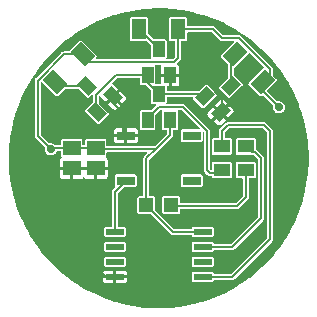
<source format=gtl>
G04 #@! TF.GenerationSoftware,KiCad,Pcbnew,(6.0.0)*
G04 #@! TF.CreationDate,2022-11-07T22:53:33+10:30*
G04 #@! TF.ProjectId,MicroTVbGone_r2,4d696372-6f54-4566-9247-6f6e655f7232,rev?*
G04 #@! TF.SameCoordinates,Original*
G04 #@! TF.FileFunction,Copper,L1,Top*
G04 #@! TF.FilePolarity,Positive*
%FSLAX46Y46*%
G04 Gerber Fmt 4.6, Leading zero omitted, Abs format (unit mm)*
G04 Created by KiCad (PCBNEW (6.0.0)) date 2022-11-07 22:53:33*
%MOMM*%
%LPD*%
G01*
G04 APERTURE LIST*
G04 Aperture macros list*
%AMRotRect*
0 Rectangle, with rotation*
0 The origin of the aperture is its center*
0 $1 length*
0 $2 width*
0 $3 Rotation angle, in degrees counterclockwise*
0 Add horizontal line*
21,1,$1,$2,0,0,$3*%
G04 Aperture macros list end*
G04 #@! TA.AperFunction,SMDPad,CuDef*
%ADD10R,1.000000X1.400000*%
G04 #@! TD*
G04 #@! TA.AperFunction,SMDPad,CuDef*
%ADD11R,1.249681X1.699259*%
G04 #@! TD*
G04 #@! TA.AperFunction,SMDPad,CuDef*
%ADD12R,1.400000X1.100000*%
G04 #@! TD*
G04 #@! TA.AperFunction,SMDPad,CuDef*
%ADD13R,1.500000X1.300000*%
G04 #@! TD*
G04 #@! TA.AperFunction,SMDPad,CuDef*
%ADD14RotRect,1.699259X1.249681X135.000000*%
G04 #@! TD*
G04 #@! TA.AperFunction,SMDPad,CuDef*
%ADD15RotRect,1.000000X1.400000X45.000000*%
G04 #@! TD*
G04 #@! TA.AperFunction,SMDPad,CuDef*
%ADD16RotRect,1.000000X1.400000X315.000000*%
G04 #@! TD*
G04 #@! TA.AperFunction,SMDPad,CuDef*
%ADD17R,1.549400X0.533400*%
G04 #@! TD*
G04 #@! TA.AperFunction,SMDPad,CuDef*
%ADD18RotRect,1.699259X1.249681X45.000000*%
G04 #@! TD*
G04 #@! TA.AperFunction,SMDPad,CuDef*
%ADD19R,1.200000X1.200000*%
G04 #@! TD*
G04 #@! TA.AperFunction,SMDPad,CuDef*
%ADD20R,1.524000X0.762000*%
G04 #@! TD*
G04 #@! TA.AperFunction,ViaPad*
%ADD21C,0.705600*%
G04 #@! TD*
G04 #@! TA.AperFunction,Conductor*
%ADD22C,0.203200*%
G04 #@! TD*
G04 APERTURE END LIST*
D10*
G04 #@! TO.P,Q2,1*
G04 #@! TO.N,N$10*
X147551100Y-97975600D03*
G04 #@! TO.P,Q2,2*
G04 #@! TO.N,GND*
X149451100Y-97975600D03*
G04 #@! TO.P,Q2,3*
G04 #@! TO.N,N$4*
X148501100Y-95775600D03*
G04 #@! TD*
D11*
G04 #@! TO.P,U$2,GND*
G04 #@! TO.N,N$4*
X146850100Y-94081600D03*
G04 #@! TO.P,U$2,VCC*
G04 #@! TO.N,VCC*
X150152100Y-94081600D03*
G04 #@! TD*
D12*
G04 #@! TO.P,R1,1*
G04 #@! TO.N,N$12*
X153835100Y-106003600D03*
G04 #@! TO.P,R1,2*
G04 #@! TO.N,MOSI*
X153835100Y-104003600D03*
G04 #@! TD*
D13*
G04 #@! TO.P,C2,1*
G04 #@! TO.N,VCC*
X143167100Y-104153600D03*
G04 #@! TO.P,C2,2*
G04 #@! TO.N,GND*
X143167100Y-105853600D03*
G04 #@! TD*
D14*
G04 #@! TO.P,U$3,GND*
G04 #@! TO.N,N$11*
X139713667Y-98551033D03*
G04 #@! TO.P,U$3,VCC*
G04 #@! TO.N,VCC*
X142048533Y-96216167D03*
G04 #@! TD*
D12*
G04 #@! TO.P,R5,1*
G04 #@! TO.N,SCK*
X155867100Y-104003600D03*
G04 #@! TO.P,R5,2*
G04 #@! TO.N,N$1*
X155867100Y-106003600D03*
G04 #@! TD*
D13*
G04 #@! TO.P,C1,1*
G04 #@! TO.N,VCC*
X141135100Y-104153600D03*
G04 #@! TO.P,C1,2*
G04 #@! TO.N,GND*
X141135100Y-105853600D03*
G04 #@! TD*
D10*
G04 #@! TO.P,T1,B*
G04 #@! TO.N,N$12*
X147551100Y-101785600D03*
G04 #@! TO.P,T1,C*
G04 #@! TO.N,N$10*
X148501100Y-99585600D03*
G04 #@! TO.P,T1,E*
G04 #@! TO.N,VCC*
X149451100Y-101785600D03*
G04 #@! TD*
D15*
G04 #@! TO.P,Q1,1*
G04 #@! TO.N,N$10*
X143273166Y-101119169D03*
G04 #@! TO.P,Q1,2*
G04 #@! TO.N,GND*
X144616669Y-99775666D03*
G04 #@! TO.P,Q1,3*
G04 #@! TO.N,N$11*
X142389283Y-98891783D03*
G04 #@! TD*
D16*
G04 #@! TO.P,Q4,1*
G04 #@! TO.N,N$10*
X152385531Y-99775666D03*
G04 #@! TO.P,Q4,2*
G04 #@! TO.N,GND*
X153729034Y-101119169D03*
G04 #@! TO.P,Q4,3*
G04 #@! TO.N,N$6*
X154612917Y-98891783D03*
G04 #@! TD*
D17*
G04 #@! TO.P,U1,1*
G04 #@! TO.N,RST*
X144792700Y-111226600D03*
G04 #@! TO.P,U1,2*
G04 #@! TO.N,N/C*
X144792700Y-112496600D03*
G04 #@! TO.P,U1,3*
X144792700Y-113766600D03*
G04 #@! TO.P,U1,4*
G04 #@! TO.N,GND*
X144792700Y-115036600D03*
G04 #@! TO.P,U1,5*
G04 #@! TO.N,MOSI*
X152209500Y-115036600D03*
G04 #@! TO.P,U1,6*
G04 #@! TO.N,N/C*
X152209500Y-113766600D03*
G04 #@! TO.P,U1,7*
G04 #@! TO.N,SCK*
X152209500Y-112496600D03*
G04 #@! TO.P,U1,8*
G04 #@! TO.N,VCC*
X152209500Y-111226600D03*
G04 #@! TD*
D18*
G04 #@! TO.P,U$4,GND*
G04 #@! TO.N,N$6*
X154953667Y-96216167D03*
G04 #@! TO.P,U$4,VCC*
G04 #@! TO.N,VCC*
X157288533Y-98551033D03*
G04 #@! TD*
D19*
G04 #@! TO.P,LED1,A*
G04 #@! TO.N,N$1*
X149551100Y-108966000D03*
G04 #@! TO.P,LED1,C*
G04 #@! TO.N,VCC*
X147451100Y-108966000D03*
G04 #@! TD*
D20*
G04 #@! TO.P,S2,1*
G04 #@! TO.N,GND*
X145707100Y-103098600D03*
G04 #@! TO.P,S2,2*
G04 #@! TO.N,N/C*
X151295100Y-103098600D03*
G04 #@! TO.P,S2,3*
G04 #@! TO.N,RST*
X145707100Y-106908600D03*
G04 #@! TO.P,S2,4*
G04 #@! TO.N,N/C*
X151295100Y-106908600D03*
G04 #@! TD*
D21*
G04 #@! TO.N,VCC*
X158661100Y-100685600D03*
X139357100Y-104241600D03*
G04 #@! TO.N,GND*
X152565100Y-96113600D03*
X143167100Y-108305600D03*
X146469100Y-100177600D03*
G04 #@! TD*
D22*
G04 #@! TO.N,VCC*
X139357100Y-104241600D02*
X139445100Y-104153600D01*
X149451100Y-103037600D02*
X148247100Y-104241600D01*
X140448331Y-96216169D02*
X138239500Y-98425000D01*
X143167100Y-104153600D02*
X141135100Y-104153600D01*
X147451100Y-105017457D02*
X148226956Y-104241600D01*
X148226956Y-104241600D02*
X143255100Y-104241600D01*
X138239500Y-103124000D02*
X139357100Y-104241600D01*
X157899100Y-97459800D02*
X157899100Y-98399600D01*
X139445100Y-104153600D02*
X141135100Y-104153600D01*
X148226956Y-104241600D02*
X148247100Y-104241600D01*
X147451100Y-108966000D02*
X147451100Y-105017457D01*
X150152100Y-96494600D02*
X149771100Y-96875600D01*
X153835100Y-94843600D02*
X155282900Y-94843600D01*
X143255100Y-104241600D02*
X143167100Y-104153600D01*
X157899100Y-98399600D02*
X157747665Y-98551035D01*
X157288531Y-99313032D02*
X158661100Y-100685600D01*
X153073100Y-94081600D02*
X150152100Y-94081600D01*
X149451100Y-101785600D02*
X149451100Y-103037600D01*
X157747665Y-98551035D02*
X157288531Y-98551035D01*
X149771100Y-96875600D02*
X142707962Y-96875600D01*
X149711700Y-111226600D02*
X147451100Y-108966000D01*
X155282900Y-94843600D02*
X157899100Y-97459800D01*
X153073100Y-94081600D02*
X153835100Y-94843600D01*
X157288531Y-98551035D02*
X157288531Y-99313032D01*
X142048531Y-96216169D02*
X140448331Y-96216169D01*
X150152100Y-94081600D02*
X149771100Y-94081600D01*
X138239500Y-98425000D02*
X138239500Y-103124000D01*
X142707962Y-96875600D02*
X142048531Y-96216169D01*
X152209500Y-111226600D02*
X149711700Y-111226600D01*
X150152100Y-94081600D02*
X150152100Y-96494600D01*
G04 #@! TO.N,GND*
X145453100Y-102844600D02*
X145707100Y-103098600D01*
X152565100Y-97551600D02*
X152565100Y-96113600D01*
X153729031Y-101119172D02*
X153835100Y-101013104D01*
X152141100Y-97975600D02*
X152565100Y-97551600D01*
X153835100Y-99669600D02*
X152141100Y-97975600D01*
X143167100Y-108254341D02*
X143167100Y-108305600D01*
X144616668Y-100357169D02*
X145453100Y-101193600D01*
X143167100Y-114147600D02*
X143167100Y-108254341D01*
X144056100Y-115036600D02*
X143167100Y-114147600D01*
X144792700Y-115036600D02*
X144056100Y-115036600D01*
X143167100Y-108254341D02*
X143167100Y-105853600D01*
X152141100Y-97975600D02*
X149451100Y-97975600D01*
X144616668Y-99775669D02*
X144616668Y-100357169D01*
X145453100Y-101193600D02*
X146469100Y-100177600D01*
X145453100Y-101193600D02*
X145453100Y-102844600D01*
X153835100Y-101013104D02*
X153835100Y-99669600D01*
X143167100Y-105853600D02*
X141135100Y-105853600D01*
G04 #@! TO.N,SCK*
X156629100Y-104495600D02*
X156359100Y-104495600D01*
X154724100Y-112496600D02*
X157137100Y-110083600D01*
X157137100Y-105003600D02*
X156629100Y-104495600D01*
X152209500Y-112496600D02*
X154724100Y-112496600D01*
X156359100Y-104495600D02*
X155867100Y-104003600D01*
X157137100Y-110083600D02*
X157137100Y-105003600D01*
G04 #@! TO.N,RST*
X144792700Y-111226600D02*
X144792700Y-107823000D01*
X144792700Y-107823000D02*
X145707100Y-106908600D01*
G04 #@! TO.N,N$6*
X154612915Y-96556919D02*
X154953665Y-96216169D01*
X154612915Y-98891785D02*
X154612915Y-96556919D01*
G04 #@! TO.N,N$4*
X148501100Y-95732600D02*
X146850100Y-94081600D01*
X148501100Y-95775600D02*
X148501100Y-95732600D01*
G04 #@! TO.N,N$12*
X147551100Y-101635600D02*
X148501100Y-100685600D01*
X153565100Y-106273600D02*
X153835100Y-106003600D01*
X150533100Y-100685600D02*
X152565100Y-102717600D01*
X148501100Y-100685600D02*
X150533100Y-100685600D01*
X147551100Y-101785600D02*
X147551100Y-101635600D01*
X152565100Y-102717600D02*
X152565100Y-106019600D01*
X152565100Y-106019600D02*
X152819100Y-106273600D01*
X152819100Y-106273600D02*
X153565100Y-106273600D01*
G04 #@! TO.N,N$11*
X140054415Y-98891785D02*
X139713665Y-98551035D01*
X142389281Y-98891785D02*
X140054415Y-98891785D01*
G04 #@! TO.N,N$10*
X143167100Y-101013107D02*
X143167100Y-99669600D01*
X147551100Y-98635600D02*
X148501100Y-99585600D01*
X148501100Y-99585600D02*
X152195459Y-99585600D01*
X152195459Y-99585600D02*
X152385528Y-99775669D01*
X144861100Y-97975600D02*
X147551100Y-97975600D01*
X143167100Y-99669600D02*
X144861100Y-97975600D01*
X143273165Y-101119172D02*
X143167100Y-101013107D01*
X147551100Y-97975600D02*
X147551100Y-98635600D01*
G04 #@! TO.N,N$1*
X155105100Y-109067600D02*
X149652700Y-109067600D01*
X155867100Y-108305600D02*
X155105100Y-109067600D01*
X155867100Y-106003600D02*
X155867100Y-108305600D01*
X149652700Y-109067600D02*
X149551100Y-108966000D01*
G04 #@! TO.N,MOSI*
X157899100Y-111861600D02*
X157899100Y-102717600D01*
X152209500Y-115036600D02*
X154724100Y-115036600D01*
X157391100Y-102209600D02*
X154343100Y-102209600D01*
X154724100Y-115036600D02*
X157899100Y-111861600D01*
X157899100Y-102717600D02*
X157391100Y-102209600D01*
X153835100Y-102717600D02*
X153835100Y-104003600D01*
X154343100Y-102209600D02*
X153835100Y-102717600D01*
G04 #@! TD*
G04 #@! TA.AperFunction,Conductor*
G04 #@! TO.N,GND*
G36*
X148591156Y-92300796D02*
G01*
X148932891Y-92312729D01*
X149042954Y-92316573D01*
X149044343Y-92316641D01*
X149552266Y-92348597D01*
X149553652Y-92348704D01*
X149727712Y-92364544D01*
X150003824Y-92389672D01*
X150006564Y-92389999D01*
X150151774Y-92411442D01*
X150453801Y-92456042D01*
X150455174Y-92456265D01*
X150956313Y-92544629D01*
X150957679Y-92544889D01*
X151400517Y-92635790D01*
X151403224Y-92636425D01*
X151571307Y-92680834D01*
X151840307Y-92751907D01*
X151841567Y-92752259D01*
X152271063Y-92878666D01*
X152329805Y-92895955D01*
X152331133Y-92896366D01*
X152761089Y-93036067D01*
X152763680Y-93036990D01*
X152982171Y-93121737D01*
X153185169Y-93200475D01*
X153186458Y-93200996D01*
X153230147Y-93219361D01*
X153655599Y-93398204D01*
X153656829Y-93398742D01*
X154068554Y-93585509D01*
X154071017Y-93586710D01*
X154253471Y-93682095D01*
X154471626Y-93796144D01*
X154472849Y-93796805D01*
X154917118Y-94045098D01*
X154918323Y-94045794D01*
X155306599Y-94277253D01*
X155308947Y-94278743D01*
X155683721Y-94531532D01*
X155684863Y-94532326D01*
X156098647Y-94828565D01*
X156099753Y-94829381D01*
X156250547Y-94943839D01*
X156459839Y-95102701D01*
X156462006Y-95104443D01*
X156806262Y-95397428D01*
X156807309Y-95398344D01*
X157185506Y-95738874D01*
X157186526Y-95739819D01*
X157513887Y-96051560D01*
X157515847Y-96053534D01*
X157728219Y-96279687D01*
X157825310Y-96383079D01*
X157826207Y-96384061D01*
X158164135Y-96764679D01*
X158164990Y-96765669D01*
X158403336Y-97049719D01*
X158455598Y-97112002D01*
X158457325Y-97114182D01*
X158728094Y-97476127D01*
X158728912Y-97477252D01*
X159022260Y-97893099D01*
X159023045Y-97894246D01*
X159273225Y-98270797D01*
X159274699Y-98273154D01*
X159498807Y-98655136D01*
X159503458Y-98663064D01*
X159504137Y-98664260D01*
X159639994Y-98911383D01*
X159749305Y-99110219D01*
X159749958Y-99111447D01*
X159956583Y-99513496D01*
X159957785Y-99516003D01*
X160141686Y-99929051D01*
X160142206Y-99930267D01*
X160202149Y-100075699D01*
X160336129Y-100400761D01*
X160336641Y-100402054D01*
X160401001Y-100571481D01*
X160496541Y-100822991D01*
X160497169Y-100824645D01*
X160498082Y-100827264D01*
X160616616Y-101200932D01*
X160634776Y-101258179D01*
X160635176Y-101259503D01*
X160771316Y-101734278D01*
X160775451Y-101748700D01*
X160775815Y-101750042D01*
X160888230Y-102187872D01*
X160888847Y-102190584D01*
X160976659Y-102634067D01*
X160976910Y-102635435D01*
X161061776Y-103137195D01*
X161061988Y-103138569D01*
X161124901Y-103586215D01*
X161125211Y-103588979D01*
X161163038Y-104039441D01*
X161163134Y-104040821D01*
X161190480Y-104529922D01*
X161191542Y-104548923D01*
X161191600Y-104550292D01*
X161197589Y-104764686D01*
X161204233Y-105002571D01*
X161204247Y-105004656D01*
X161202994Y-105094431D01*
X161199461Y-105347444D01*
X161199324Y-105357254D01*
X161199252Y-105359316D01*
X161182400Y-105660738D01*
X161173997Y-105811027D01*
X161173900Y-105812414D01*
X161131317Y-106319518D01*
X161131182Y-106320902D01*
X161080791Y-106770155D01*
X161080404Y-106772909D01*
X161005015Y-107218630D01*
X161004764Y-107219998D01*
X160905912Y-107719241D01*
X160905622Y-107720601D01*
X160805480Y-108161380D01*
X160804791Y-108164067D01*
X160750504Y-108353388D01*
X160680181Y-108598631D01*
X160679779Y-108599962D01*
X160525900Y-109085049D01*
X160525461Y-109086368D01*
X160376792Y-109513289D01*
X160375816Y-109515857D01*
X160211748Y-109913917D01*
X160203566Y-109933768D01*
X160203029Y-109935024D01*
X160177319Y-109992769D01*
X159995998Y-110400022D01*
X159995414Y-110401284D01*
X159909164Y-110581302D01*
X159800091Y-110808955D01*
X159798840Y-110811389D01*
X159591412Y-111188701D01*
X159581048Y-111207553D01*
X159580374Y-111208740D01*
X159322826Y-111647720D01*
X159322177Y-111648793D01*
X159082568Y-112032246D01*
X159081032Y-112034558D01*
X158988194Y-112166164D01*
X158820430Y-112403985D01*
X158819614Y-112405107D01*
X158557520Y-112755456D01*
X158514804Y-112812555D01*
X158513956Y-112813657D01*
X158233152Y-113167943D01*
X158231364Y-113170073D01*
X157931244Y-113508107D01*
X157930307Y-113509134D01*
X157581895Y-113880155D01*
X157580989Y-113881094D01*
X157412507Y-114050756D01*
X157262430Y-114201884D01*
X157260416Y-114203802D01*
X156924458Y-114506299D01*
X156923411Y-114507215D01*
X156535881Y-114837030D01*
X156534810Y-114837916D01*
X156182502Y-115121180D01*
X156180290Y-115122859D01*
X156123942Y-115163200D01*
X155812737Y-115386000D01*
X155811595Y-115386794D01*
X155389688Y-115671374D01*
X155388524Y-115672136D01*
X155075548Y-115870757D01*
X155006823Y-115914371D01*
X155004454Y-115915783D01*
X154609793Y-116136352D01*
X154608692Y-116136947D01*
X154244651Y-116327263D01*
X154157627Y-116372758D01*
X154156386Y-116373385D01*
X153750082Y-116571552D01*
X153747549Y-116572701D01*
X153330816Y-116747879D01*
X153329527Y-116748400D01*
X153073946Y-116847534D01*
X152855013Y-116932452D01*
X152853749Y-116932921D01*
X152714141Y-116982634D01*
X152427912Y-117084555D01*
X152425269Y-117085415D01*
X152145671Y-117167705D01*
X151991605Y-117213049D01*
X151990275Y-117213420D01*
X151504579Y-117341747D01*
X151498228Y-117343425D01*
X151496882Y-117343760D01*
X151432206Y-117358930D01*
X151056777Y-117446986D01*
X151054053Y-117447545D01*
X150608889Y-117526039D01*
X150607516Y-117526262D01*
X150205889Y-117585570D01*
X150104047Y-117600608D01*
X150102679Y-117600791D01*
X149653799Y-117654316D01*
X149651030Y-117654568D01*
X149199881Y-117682952D01*
X149198492Y-117683020D01*
X148849080Y-117695222D01*
X148689853Y-117700782D01*
X148688496Y-117700811D01*
X148477478Y-117702284D01*
X148236461Y-117703966D01*
X148233680Y-117703908D01*
X147782156Y-117681825D01*
X147780768Y-117681737D01*
X147273349Y-117642693D01*
X147271965Y-117642567D01*
X146822407Y-117595317D01*
X146819650Y-117594949D01*
X146373437Y-117522678D01*
X146372068Y-117522437D01*
X146242071Y-117497639D01*
X145872091Y-117427062D01*
X145870853Y-117426807D01*
X145429262Y-117329718D01*
X145426600Y-117329053D01*
X144991181Y-117207482D01*
X144989912Y-117207109D01*
X144768052Y-117138432D01*
X144503691Y-117056598D01*
X144502368Y-117056168D01*
X144074452Y-116910494D01*
X144071846Y-116909525D01*
X143652715Y-116740185D01*
X143651433Y-116739646D01*
X143185076Y-116535900D01*
X143183809Y-116535325D01*
X142774772Y-116342847D01*
X142772315Y-116341605D01*
X142552501Y-116222752D01*
X142374666Y-116126597D01*
X142373452Y-116125919D01*
X141932731Y-115871469D01*
X141931536Y-115870757D01*
X141546498Y-115633880D01*
X141544171Y-115632357D01*
X141172968Y-115374364D01*
X141171838Y-115373555D01*
X141107051Y-115325790D01*
X143764800Y-115325790D01*
X143765277Y-115330636D01*
X143778534Y-115397282D01*
X143782217Y-115406173D01*
X143832726Y-115481766D01*
X143839534Y-115488574D01*
X143915127Y-115539083D01*
X143924018Y-115542766D01*
X143990664Y-115556023D01*
X143995510Y-115556500D01*
X144656194Y-115556500D01*
X144663199Y-115553599D01*
X144666100Y-115546594D01*
X144919300Y-115546594D01*
X144922201Y-115553599D01*
X144929206Y-115556500D01*
X145589890Y-115556500D01*
X145594736Y-115556023D01*
X145661382Y-115542766D01*
X145670273Y-115539083D01*
X145745866Y-115488574D01*
X145752674Y-115481766D01*
X145803183Y-115406173D01*
X145806866Y-115397282D01*
X145820123Y-115330636D01*
X145820600Y-115325790D01*
X145820600Y-115173106D01*
X145817699Y-115166101D01*
X145810694Y-115163200D01*
X144929206Y-115163200D01*
X144922201Y-115166101D01*
X144919300Y-115173106D01*
X144919300Y-115546594D01*
X144666100Y-115546594D01*
X144666100Y-115173106D01*
X144663199Y-115166101D01*
X144656194Y-115163200D01*
X143774706Y-115163200D01*
X143767701Y-115166101D01*
X143764800Y-115173106D01*
X143764800Y-115325790D01*
X141107051Y-115325790D01*
X141071383Y-115299493D01*
X140762203Y-115071546D01*
X140761135Y-115070735D01*
X140542724Y-114900094D01*
X143764800Y-114900094D01*
X143767701Y-114907099D01*
X143774706Y-114910000D01*
X144656194Y-114910000D01*
X144663199Y-114907099D01*
X144666100Y-114900094D01*
X144919300Y-114900094D01*
X144922201Y-114907099D01*
X144929206Y-114910000D01*
X145810694Y-114910000D01*
X145817699Y-114907099D01*
X145820600Y-114900094D01*
X145820600Y-114754843D01*
X151281900Y-114754843D01*
X151281901Y-115318356D01*
X151282378Y-115320753D01*
X151282378Y-115320756D01*
X151285517Y-115336535D01*
X151290772Y-115362958D01*
X151293497Y-115367036D01*
X151293498Y-115367038D01*
X151321841Y-115409456D01*
X151324566Y-115413534D01*
X151375142Y-115447328D01*
X151379951Y-115448285D01*
X151379952Y-115448285D01*
X151417344Y-115455723D01*
X151417346Y-115455723D01*
X151419743Y-115456200D01*
X152209338Y-115456200D01*
X152999256Y-115456199D01*
X153001653Y-115455722D01*
X153001656Y-115455722D01*
X153017435Y-115452583D01*
X153043858Y-115447328D01*
X153094434Y-115413534D01*
X153099353Y-115406173D01*
X153125503Y-115367036D01*
X153128228Y-115362958D01*
X153134548Y-115331184D01*
X153155723Y-115299493D01*
X153183391Y-115291100D01*
X154694129Y-115291100D01*
X154703845Y-115292057D01*
X154724100Y-115296086D01*
X154823401Y-115276334D01*
X154827481Y-115273608D01*
X154886312Y-115234299D01*
X154886318Y-115234295D01*
X154886334Y-115234284D01*
X154886337Y-115234281D01*
X154907584Y-115220084D01*
X154910309Y-115216006D01*
X154910311Y-115216004D01*
X154919056Y-115202916D01*
X154925249Y-115195369D01*
X158057869Y-112062749D01*
X158065416Y-112056556D01*
X158078504Y-112047811D01*
X158078506Y-112047809D01*
X158082584Y-112045084D01*
X158096781Y-112023837D01*
X158096784Y-112023834D01*
X158138834Y-111960901D01*
X158158586Y-111861600D01*
X158154557Y-111841344D01*
X158153600Y-111831629D01*
X158153600Y-102747567D01*
X158154557Y-102737852D01*
X158157628Y-102722412D01*
X158157628Y-102722411D01*
X158158585Y-102717600D01*
X158153600Y-102692537D01*
X158153600Y-102692533D01*
X158147676Y-102662752D01*
X158139792Y-102623113D01*
X158139791Y-102623111D01*
X158138834Y-102618299D01*
X158110770Y-102576298D01*
X158085309Y-102538194D01*
X158082584Y-102534116D01*
X158078506Y-102531391D01*
X158078504Y-102531389D01*
X158065413Y-102522642D01*
X158057866Y-102516449D01*
X157592249Y-102050831D01*
X157586056Y-102043284D01*
X157577311Y-102030196D01*
X157577309Y-102030194D01*
X157574584Y-102026116D01*
X157553337Y-102011919D01*
X157553334Y-102011916D01*
X157490401Y-101969866D01*
X157391100Y-101950114D01*
X157386289Y-101951071D01*
X157370844Y-101954143D01*
X157361129Y-101955100D01*
X154373067Y-101955100D01*
X154363352Y-101954143D01*
X154347912Y-101951072D01*
X154347911Y-101951072D01*
X154343100Y-101950115D01*
X154338289Y-101951072D01*
X154338287Y-101951072D01*
X154318040Y-101955099D01*
X154318035Y-101955100D01*
X154318033Y-101955100D01*
X154296007Y-101959481D01*
X154248613Y-101968908D01*
X154248611Y-101968909D01*
X154243799Y-101969866D01*
X154180868Y-102011916D01*
X154159616Y-102026116D01*
X154156891Y-102030194D01*
X154156889Y-102030196D01*
X154148142Y-102043287D01*
X154141949Y-102050834D01*
X153676331Y-102516451D01*
X153668784Y-102522644D01*
X153655696Y-102531389D01*
X153655694Y-102531391D01*
X153651616Y-102534116D01*
X153637419Y-102555363D01*
X153637416Y-102555366D01*
X153637405Y-102555382D01*
X153637401Y-102555388D01*
X153625251Y-102573572D01*
X153595366Y-102618299D01*
X153575614Y-102717600D01*
X153576571Y-102722411D01*
X153579643Y-102737856D01*
X153580600Y-102747571D01*
X153580600Y-103250901D01*
X153566014Y-103286115D01*
X153530800Y-103300701D01*
X153120044Y-103300701D01*
X153117647Y-103301178D01*
X153117644Y-103301178D01*
X153101865Y-103304317D01*
X153075442Y-103309572D01*
X153071364Y-103312297D01*
X153071362Y-103312298D01*
X153028944Y-103340641D01*
X153024866Y-103343366D01*
X153022141Y-103347444D01*
X153019965Y-103350701D01*
X152991072Y-103393942D01*
X152990115Y-103398751D01*
X152990115Y-103398752D01*
X152987308Y-103412866D01*
X152982200Y-103438543D01*
X152982201Y-104568656D01*
X152991072Y-104613258D01*
X152993797Y-104617336D01*
X152993798Y-104617338D01*
X153003635Y-104632060D01*
X153024866Y-104663834D01*
X153075442Y-104697628D01*
X153080251Y-104698585D01*
X153080252Y-104698585D01*
X153117644Y-104706023D01*
X153117646Y-104706023D01*
X153120043Y-104706500D01*
X153834953Y-104706500D01*
X154550156Y-104706499D01*
X154552553Y-104706022D01*
X154552556Y-104706022D01*
X154569101Y-104702731D01*
X154594758Y-104697628D01*
X154645334Y-104663834D01*
X154679128Y-104613258D01*
X154688000Y-104568657D01*
X154687999Y-103438544D01*
X154679128Y-103393942D01*
X154657984Y-103362297D01*
X154648059Y-103347444D01*
X154645334Y-103343366D01*
X154594758Y-103309572D01*
X154589949Y-103308615D01*
X154589948Y-103308615D01*
X154552556Y-103301177D01*
X154552554Y-103301177D01*
X154550157Y-103300700D01*
X154139400Y-103300700D01*
X154104186Y-103286114D01*
X154089600Y-103250900D01*
X154089600Y-102843646D01*
X154104186Y-102808432D01*
X154433931Y-102478686D01*
X154469145Y-102464100D01*
X157265054Y-102464100D01*
X157300268Y-102478686D01*
X157630014Y-102808431D01*
X157644600Y-102843645D01*
X157644600Y-111735554D01*
X157630014Y-111770768D01*
X154633268Y-114767514D01*
X154598054Y-114782100D01*
X153183390Y-114782100D01*
X153148176Y-114767514D01*
X153134547Y-114742014D01*
X153129186Y-114715056D01*
X153129185Y-114715054D01*
X153128228Y-114710242D01*
X153099353Y-114667027D01*
X153097159Y-114663744D01*
X153094434Y-114659666D01*
X153043858Y-114625872D01*
X153039049Y-114624915D01*
X153039048Y-114624915D01*
X153001656Y-114617477D01*
X153001654Y-114617477D01*
X152999257Y-114617000D01*
X152209662Y-114617000D01*
X151419744Y-114617001D01*
X151417347Y-114617478D01*
X151417344Y-114617478D01*
X151401565Y-114620617D01*
X151375142Y-114625872D01*
X151324566Y-114659666D01*
X151321841Y-114663744D01*
X151313707Y-114675918D01*
X151290772Y-114710242D01*
X151289815Y-114715051D01*
X151289815Y-114715052D01*
X151283379Y-114747410D01*
X151281900Y-114754843D01*
X145820600Y-114754843D01*
X145820600Y-114747410D01*
X145820123Y-114742564D01*
X145806866Y-114675918D01*
X145803183Y-114667027D01*
X145752674Y-114591434D01*
X145745866Y-114584626D01*
X145670273Y-114534117D01*
X145661382Y-114530434D01*
X145594736Y-114517177D01*
X145589890Y-114516700D01*
X144929206Y-114516700D01*
X144922201Y-114519601D01*
X144919300Y-114526606D01*
X144919300Y-114900094D01*
X144666100Y-114900094D01*
X144666100Y-114526606D01*
X144663199Y-114519601D01*
X144656194Y-114516700D01*
X143995510Y-114516700D01*
X143990664Y-114517177D01*
X143924018Y-114530434D01*
X143915127Y-114534117D01*
X143839534Y-114584626D01*
X143832726Y-114591434D01*
X143782217Y-114667027D01*
X143778534Y-114675918D01*
X143765277Y-114742564D01*
X143764800Y-114747410D01*
X143764800Y-114900094D01*
X140542724Y-114900094D01*
X140404895Y-114792410D01*
X140402752Y-114790637D01*
X140062630Y-114492883D01*
X140061597Y-114491953D01*
X139688172Y-114146158D01*
X139687201Y-114145234D01*
X139519744Y-113981248D01*
X139364201Y-113828928D01*
X139362269Y-113826927D01*
X139162769Y-113608447D01*
X139057437Y-113493094D01*
X139056522Y-113492063D01*
X139052401Y-113487288D01*
X139050291Y-113484843D01*
X143865100Y-113484843D01*
X143865101Y-114048356D01*
X143873972Y-114092958D01*
X143907766Y-114143534D01*
X143958342Y-114177328D01*
X143963151Y-114178285D01*
X143963152Y-114178285D01*
X144000544Y-114185723D01*
X144000546Y-114185723D01*
X144002943Y-114186200D01*
X144792538Y-114186200D01*
X145582456Y-114186199D01*
X145584853Y-114185722D01*
X145584856Y-114185722D01*
X145600635Y-114182583D01*
X145627058Y-114177328D01*
X145677634Y-114143534D01*
X145711428Y-114092958D01*
X145720300Y-114048357D01*
X145720299Y-113484844D01*
X145720299Y-113484843D01*
X151281900Y-113484843D01*
X151281901Y-114048356D01*
X151290772Y-114092958D01*
X151324566Y-114143534D01*
X151375142Y-114177328D01*
X151379951Y-114178285D01*
X151379952Y-114178285D01*
X151417344Y-114185723D01*
X151417346Y-114185723D01*
X151419743Y-114186200D01*
X152209338Y-114186200D01*
X152999256Y-114186199D01*
X153001653Y-114185722D01*
X153001656Y-114185722D01*
X153017435Y-114182583D01*
X153043858Y-114177328D01*
X153094434Y-114143534D01*
X153128228Y-114092958D01*
X153137100Y-114048357D01*
X153137099Y-113484844D01*
X153128228Y-113440242D01*
X153094434Y-113389666D01*
X153043858Y-113355872D01*
X153039049Y-113354915D01*
X153039048Y-113354915D01*
X153001656Y-113347477D01*
X153001654Y-113347477D01*
X152999257Y-113347000D01*
X152209662Y-113347000D01*
X151419744Y-113347001D01*
X151417347Y-113347478D01*
X151417344Y-113347478D01*
X151401565Y-113350617D01*
X151375142Y-113355872D01*
X151324566Y-113389666D01*
X151290772Y-113440242D01*
X151281900Y-113484843D01*
X145720299Y-113484843D01*
X145711428Y-113440242D01*
X145677634Y-113389666D01*
X145627058Y-113355872D01*
X145622249Y-113354915D01*
X145622248Y-113354915D01*
X145584856Y-113347477D01*
X145584854Y-113347477D01*
X145582457Y-113347000D01*
X144792862Y-113347000D01*
X144002944Y-113347001D01*
X144000547Y-113347478D01*
X144000544Y-113347478D01*
X143984765Y-113350617D01*
X143958342Y-113355872D01*
X143907766Y-113389666D01*
X143873972Y-113440242D01*
X143865100Y-113484843D01*
X139050291Y-113484843D01*
X138724005Y-113106838D01*
X138723111Y-113105773D01*
X138568109Y-112915722D01*
X138437394Y-112755450D01*
X138435702Y-112753253D01*
X138169980Y-112387515D01*
X138169178Y-112386378D01*
X138051725Y-112214843D01*
X143865100Y-112214843D01*
X143865101Y-112778356D01*
X143865578Y-112780753D01*
X143865578Y-112780756D01*
X143868717Y-112796535D01*
X143873972Y-112822958D01*
X143907766Y-112873534D01*
X143958342Y-112907328D01*
X143963151Y-112908285D01*
X143963152Y-112908285D01*
X144000544Y-112915723D01*
X144000546Y-112915723D01*
X144002943Y-112916200D01*
X144792538Y-112916200D01*
X145582456Y-112916199D01*
X145584853Y-112915722D01*
X145584856Y-112915722D01*
X145600635Y-112912583D01*
X145627058Y-112907328D01*
X145677634Y-112873534D01*
X145711428Y-112822958D01*
X145713278Y-112813657D01*
X145719823Y-112780756D01*
X145719823Y-112780754D01*
X145720300Y-112778357D01*
X145720299Y-112214844D01*
X145720299Y-112214843D01*
X151281900Y-112214843D01*
X151281901Y-112778356D01*
X151282378Y-112780753D01*
X151282378Y-112780756D01*
X151285517Y-112796535D01*
X151290772Y-112822958D01*
X151324566Y-112873534D01*
X151375142Y-112907328D01*
X151379951Y-112908285D01*
X151379952Y-112908285D01*
X151417344Y-112915723D01*
X151417346Y-112915723D01*
X151419743Y-112916200D01*
X152209338Y-112916200D01*
X152999256Y-112916199D01*
X153001653Y-112915722D01*
X153001656Y-112915722D01*
X153017435Y-112912583D01*
X153043858Y-112907328D01*
X153094434Y-112873534D01*
X153128228Y-112822958D01*
X153134548Y-112791184D01*
X153155723Y-112759493D01*
X153183391Y-112751100D01*
X154694129Y-112751100D01*
X154703845Y-112752057D01*
X154724100Y-112756086D01*
X154823401Y-112736334D01*
X154886334Y-112694284D01*
X154886337Y-112694281D01*
X154907584Y-112680084D01*
X154910309Y-112676006D01*
X154910311Y-112676004D01*
X154919056Y-112662916D01*
X154925249Y-112655369D01*
X157295866Y-110284751D01*
X157303413Y-110278558D01*
X157316504Y-110269811D01*
X157316506Y-110269809D01*
X157320584Y-110267084D01*
X157376834Y-110182901D01*
X157379313Y-110170441D01*
X157391600Y-110108667D01*
X157391600Y-110108663D01*
X157395628Y-110088411D01*
X157396585Y-110083600D01*
X157392557Y-110063348D01*
X157391600Y-110053633D01*
X157391600Y-105033567D01*
X157392557Y-105023852D01*
X157395628Y-105008412D01*
X157395628Y-105008411D01*
X157396585Y-105003600D01*
X157391600Y-104978537D01*
X157391600Y-104978533D01*
X157377792Y-104909113D01*
X157377791Y-104909111D01*
X157376834Y-104904299D01*
X157320584Y-104820116D01*
X157316506Y-104817391D01*
X157316504Y-104817389D01*
X157303413Y-104808642D01*
X157295866Y-104802449D01*
X156830249Y-104336831D01*
X156824056Y-104329284D01*
X156815311Y-104316196D01*
X156815309Y-104316194D01*
X156812584Y-104312116D01*
X156791337Y-104297919D01*
X156791334Y-104297916D01*
X156742133Y-104265041D01*
X156720957Y-104233350D01*
X156720000Y-104223634D01*
X156719999Y-103440990D01*
X156719999Y-103438544D01*
X156711128Y-103393942D01*
X156689984Y-103362297D01*
X156680059Y-103347444D01*
X156677334Y-103343366D01*
X156626758Y-103309572D01*
X156621949Y-103308615D01*
X156621948Y-103308615D01*
X156584556Y-103301177D01*
X156584554Y-103301177D01*
X156582157Y-103300700D01*
X155867247Y-103300700D01*
X155152044Y-103300701D01*
X155149647Y-103301178D01*
X155149644Y-103301178D01*
X155133865Y-103304317D01*
X155107442Y-103309572D01*
X155103364Y-103312297D01*
X155103362Y-103312298D01*
X155060944Y-103340641D01*
X155056866Y-103343366D01*
X155054141Y-103347444D01*
X155051965Y-103350701D01*
X155023072Y-103393942D01*
X155022115Y-103398751D01*
X155022115Y-103398752D01*
X155019308Y-103412866D01*
X155014200Y-103438543D01*
X155014201Y-104568656D01*
X155023072Y-104613258D01*
X155025797Y-104617336D01*
X155025798Y-104617338D01*
X155035635Y-104632060D01*
X155056866Y-104663834D01*
X155107442Y-104697628D01*
X155112251Y-104698585D01*
X155112252Y-104698585D01*
X155149644Y-104706023D01*
X155149646Y-104706023D01*
X155152043Y-104706500D01*
X155300351Y-104706500D01*
X156201538Y-104706499D01*
X156229205Y-104714892D01*
X156259799Y-104735334D01*
X156326402Y-104748582D01*
X156359100Y-104755086D01*
X156363911Y-104754129D01*
X156379356Y-104751057D01*
X156389071Y-104750100D01*
X156503054Y-104750100D01*
X156538268Y-104764686D01*
X156868014Y-105094431D01*
X156882600Y-105129645D01*
X156882600Y-109957555D01*
X156868014Y-109992769D01*
X154633268Y-112227514D01*
X154598054Y-112242100D01*
X153183390Y-112242100D01*
X153148176Y-112227514D01*
X153134547Y-112202014D01*
X153129186Y-112175056D01*
X153129185Y-112175054D01*
X153128228Y-112170242D01*
X153094434Y-112119666D01*
X153043858Y-112085872D01*
X153039049Y-112084915D01*
X153039048Y-112084915D01*
X153001656Y-112077477D01*
X153001654Y-112077477D01*
X152999257Y-112077000D01*
X152209662Y-112077000D01*
X151419744Y-112077001D01*
X151417347Y-112077478D01*
X151417344Y-112077478D01*
X151401565Y-112080617D01*
X151375142Y-112085872D01*
X151324566Y-112119666D01*
X151290772Y-112170242D01*
X151289815Y-112175051D01*
X151289815Y-112175052D01*
X151285321Y-112197647D01*
X151281900Y-112214843D01*
X145720299Y-112214843D01*
X145711428Y-112170242D01*
X145677634Y-112119666D01*
X145627058Y-112085872D01*
X145622249Y-112084915D01*
X145622248Y-112084915D01*
X145584856Y-112077477D01*
X145584854Y-112077477D01*
X145582457Y-112077000D01*
X144792862Y-112077000D01*
X144002944Y-112077001D01*
X144000547Y-112077478D01*
X144000544Y-112077478D01*
X143984765Y-112080617D01*
X143958342Y-112085872D01*
X143907766Y-112119666D01*
X143873972Y-112170242D01*
X143873015Y-112175051D01*
X143873015Y-112175052D01*
X143868521Y-112197647D01*
X143865100Y-112214843D01*
X138051725Y-112214843D01*
X137881674Y-111966490D01*
X137880905Y-111965332D01*
X137636025Y-111585353D01*
X137634584Y-111582974D01*
X137411298Y-111189919D01*
X137410628Y-111188701D01*
X137280966Y-110944843D01*
X143865100Y-110944843D01*
X143865101Y-111508356D01*
X143873972Y-111552958D01*
X143876697Y-111557036D01*
X143876698Y-111557038D01*
X143895618Y-111585353D01*
X143907766Y-111603534D01*
X143958342Y-111637328D01*
X143963151Y-111638285D01*
X143963152Y-111638285D01*
X144000544Y-111645723D01*
X144000546Y-111645723D01*
X144002943Y-111646200D01*
X144792538Y-111646200D01*
X145582456Y-111646199D01*
X145584853Y-111645722D01*
X145584856Y-111645722D01*
X145600635Y-111642583D01*
X145627058Y-111637328D01*
X145677634Y-111603534D01*
X145711428Y-111552958D01*
X145720300Y-111508357D01*
X145720299Y-110944844D01*
X145717748Y-110932015D01*
X145712385Y-110905056D01*
X145711428Y-110900242D01*
X145677634Y-110849666D01*
X145627058Y-110815872D01*
X145622249Y-110814915D01*
X145622248Y-110814915D01*
X145584856Y-110807477D01*
X145584854Y-110807477D01*
X145582457Y-110807000D01*
X145097000Y-110807000D01*
X145061786Y-110792414D01*
X145047200Y-110757200D01*
X145047200Y-107949046D01*
X145061786Y-107913832D01*
X145518532Y-107457086D01*
X145553746Y-107442500D01*
X146383340Y-107442499D01*
X146484156Y-107442499D01*
X146486553Y-107442022D01*
X146486556Y-107442022D01*
X146502335Y-107438883D01*
X146528758Y-107433628D01*
X146579334Y-107399834D01*
X146613128Y-107349258D01*
X146622000Y-107304657D01*
X146621999Y-106512544D01*
X146613128Y-106467942D01*
X146579334Y-106417366D01*
X146528758Y-106383572D01*
X146523949Y-106382615D01*
X146523948Y-106382615D01*
X146486556Y-106375177D01*
X146486554Y-106375177D01*
X146484157Y-106374700D01*
X145707259Y-106374700D01*
X144930044Y-106374701D01*
X144927647Y-106375178D01*
X144927644Y-106375178D01*
X144911865Y-106378317D01*
X144885442Y-106383572D01*
X144834866Y-106417366D01*
X144801072Y-106467942D01*
X144792200Y-106512543D01*
X144792201Y-107304656D01*
X144801072Y-107349258D01*
X144803797Y-107353336D01*
X144803798Y-107353338D01*
X144820604Y-107378489D01*
X144828040Y-107415872D01*
X144814411Y-107441371D01*
X144633931Y-107621851D01*
X144626384Y-107628044D01*
X144613296Y-107636789D01*
X144613294Y-107636791D01*
X144609216Y-107639516D01*
X144595019Y-107660763D01*
X144595016Y-107660766D01*
X144552966Y-107723699D01*
X144533214Y-107823000D01*
X144534171Y-107827811D01*
X144537243Y-107843256D01*
X144538200Y-107852971D01*
X144538200Y-110757201D01*
X144523614Y-110792415D01*
X144488400Y-110807001D01*
X144002944Y-110807001D01*
X144000547Y-110807478D01*
X144000544Y-110807478D01*
X143986915Y-110810189D01*
X143958342Y-110815872D01*
X143907766Y-110849666D01*
X143873972Y-110900242D01*
X143865100Y-110944843D01*
X137280966Y-110944843D01*
X137232528Y-110853744D01*
X137171694Y-110739332D01*
X137171066Y-110738109D01*
X136970077Y-110333218D01*
X136968910Y-110330693D01*
X136790830Y-109915202D01*
X136790300Y-109913917D01*
X136602954Y-109440735D01*
X136602460Y-109439435D01*
X136447851Y-109014650D01*
X136446973Y-109012011D01*
X136316317Y-108579258D01*
X136315934Y-108577921D01*
X136182502Y-108086810D01*
X136182156Y-108085463D01*
X136118659Y-107823000D01*
X136075856Y-107646073D01*
X136075281Y-107643365D01*
X136071969Y-107625319D01*
X135993669Y-107198696D01*
X135993452Y-107197415D01*
X135923116Y-106743066D01*
X135915587Y-106694433D01*
X135915394Y-106693056D01*
X135894301Y-106526090D01*
X140131900Y-106526090D01*
X140132377Y-106530936D01*
X140145634Y-106597582D01*
X140149317Y-106606473D01*
X140199826Y-106682066D01*
X140206634Y-106688874D01*
X140282227Y-106739383D01*
X140291118Y-106743066D01*
X140357764Y-106756323D01*
X140362610Y-106756800D01*
X140998594Y-106756800D01*
X141005599Y-106753899D01*
X141008500Y-106746894D01*
X141261700Y-106746894D01*
X141264601Y-106753899D01*
X141271606Y-106756800D01*
X141907590Y-106756800D01*
X141912436Y-106756323D01*
X141979082Y-106743066D01*
X141987973Y-106739383D01*
X142063566Y-106688874D01*
X142070374Y-106682066D01*
X142109693Y-106623221D01*
X142141385Y-106602045D01*
X142178767Y-106609481D01*
X142192507Y-106623221D01*
X142231826Y-106682066D01*
X142238634Y-106688874D01*
X142314227Y-106739383D01*
X142323118Y-106743066D01*
X142389764Y-106756323D01*
X142394610Y-106756800D01*
X143030594Y-106756800D01*
X143037599Y-106753899D01*
X143040500Y-106746894D01*
X143293700Y-106746894D01*
X143296601Y-106753899D01*
X143303606Y-106756800D01*
X143939590Y-106756800D01*
X143944436Y-106756323D01*
X144011082Y-106743066D01*
X144019973Y-106739383D01*
X144095566Y-106688874D01*
X144102374Y-106682066D01*
X144152883Y-106606473D01*
X144156566Y-106597582D01*
X144169823Y-106530936D01*
X144170300Y-106526090D01*
X144170300Y-105990106D01*
X144167399Y-105983101D01*
X144160394Y-105980200D01*
X143303606Y-105980200D01*
X143296601Y-105983101D01*
X143293700Y-105990106D01*
X143293700Y-106746894D01*
X143040500Y-106746894D01*
X143040500Y-105990106D01*
X143037599Y-105983101D01*
X143030594Y-105980200D01*
X142173806Y-105980200D01*
X142170158Y-105981711D01*
X142132042Y-105981711D01*
X142128394Y-105980200D01*
X141271606Y-105980200D01*
X141264601Y-105983101D01*
X141261700Y-105990106D01*
X141261700Y-106746894D01*
X141008500Y-106746894D01*
X141008500Y-105990106D01*
X141005599Y-105983101D01*
X140998594Y-105980200D01*
X140141806Y-105980200D01*
X140134801Y-105983101D01*
X140131900Y-105990106D01*
X140131900Y-106526090D01*
X135894301Y-106526090D01*
X135858741Y-106244602D01*
X135858469Y-106241834D01*
X135826933Y-105790850D01*
X135826856Y-105789461D01*
X135824175Y-105725489D01*
X135805545Y-105281001D01*
X135805508Y-105279684D01*
X135799195Y-104827610D01*
X135799234Y-104824843D01*
X135799262Y-104824194D01*
X135818164Y-104373188D01*
X135818240Y-104371823D01*
X135853743Y-103864117D01*
X135853860Y-103862731D01*
X135885176Y-103543338D01*
X135897970Y-103412855D01*
X135898317Y-103410107D01*
X135898696Y-103407660D01*
X135942609Y-103124000D01*
X137980014Y-103124000D01*
X137999766Y-103223301D01*
X138002492Y-103227380D01*
X138002492Y-103227381D01*
X138018208Y-103250901D01*
X138041816Y-103286234D01*
X138041819Y-103286237D01*
X138056016Y-103307484D01*
X138060094Y-103310209D01*
X138060096Y-103310211D01*
X138073184Y-103318956D01*
X138080731Y-103325149D01*
X138847849Y-104092267D01*
X138862435Y-104127481D01*
X138861842Y-104135139D01*
X138846238Y-104235358D01*
X138865020Y-104378991D01*
X138877747Y-104407916D01*
X138910924Y-104483315D01*
X138923360Y-104511579D01*
X138969282Y-104566210D01*
X139008831Y-104613258D01*
X139016569Y-104622464D01*
X139137152Y-104702731D01*
X139275417Y-104745928D01*
X139278961Y-104745993D01*
X139416701Y-104748517D01*
X139420248Y-104748582D01*
X139423674Y-104747648D01*
X139556582Y-104711414D01*
X139556584Y-104711413D01*
X139560003Y-104710481D01*
X139605926Y-104682284D01*
X139680429Y-104636539D01*
X139680431Y-104636537D01*
X139683446Y-104634686D01*
X139685823Y-104632060D01*
X139778275Y-104529922D01*
X139778277Y-104529919D01*
X139780655Y-104527292D01*
X139782201Y-104524101D01*
X139782203Y-104524098D01*
X139824795Y-104436187D01*
X139853275Y-104410856D01*
X139869612Y-104408100D01*
X140182401Y-104408100D01*
X140217615Y-104422686D01*
X140232201Y-104457900D01*
X140232201Y-104818656D01*
X140232678Y-104821053D01*
X140232678Y-104821056D01*
X140233984Y-104827623D01*
X140241072Y-104863258D01*
X140243797Y-104867336D01*
X140243798Y-104867338D01*
X140274407Y-104913147D01*
X140281843Y-104950530D01*
X140260668Y-104982222D01*
X140206632Y-105018328D01*
X140199826Y-105025134D01*
X140149317Y-105100727D01*
X140145634Y-105109618D01*
X140132377Y-105176264D01*
X140131900Y-105181110D01*
X140131900Y-105717094D01*
X140134801Y-105724099D01*
X140141806Y-105727000D01*
X142128394Y-105727000D01*
X142132042Y-105725489D01*
X142170158Y-105725489D01*
X142173806Y-105727000D01*
X144160394Y-105727000D01*
X144167399Y-105724099D01*
X144170300Y-105717094D01*
X144170300Y-105181110D01*
X144169823Y-105176264D01*
X144156566Y-105109618D01*
X144152883Y-105100727D01*
X144102374Y-105025134D01*
X144095568Y-105018328D01*
X144041532Y-104982222D01*
X144020357Y-104950530D01*
X144027793Y-104913147D01*
X144058403Y-104867336D01*
X144061128Y-104863258D01*
X144062722Y-104855245D01*
X144069523Y-104821056D01*
X144069523Y-104821054D01*
X144070000Y-104818657D01*
X144070000Y-104545900D01*
X144084586Y-104510686D01*
X144119800Y-104496100D01*
X147492311Y-104496100D01*
X147527525Y-104510686D01*
X147542111Y-104545900D01*
X147527525Y-104581114D01*
X147292331Y-104816308D01*
X147284784Y-104822501D01*
X147271696Y-104831246D01*
X147271694Y-104831248D01*
X147267616Y-104833973D01*
X147253419Y-104855220D01*
X147253416Y-104855223D01*
X147211366Y-104918156D01*
X147191614Y-105017457D01*
X147192571Y-105022268D01*
X147195643Y-105037713D01*
X147196600Y-105047428D01*
X147196600Y-108163301D01*
X147182014Y-108198515D01*
X147146800Y-108213101D01*
X146836044Y-108213101D01*
X146833647Y-108213578D01*
X146833644Y-108213578D01*
X146817865Y-108216717D01*
X146791442Y-108221972D01*
X146740866Y-108255766D01*
X146707072Y-108306342D01*
X146698200Y-108350943D01*
X146698201Y-109581056D01*
X146707072Y-109625658D01*
X146740866Y-109676234D01*
X146791442Y-109710028D01*
X146796251Y-109710985D01*
X146796252Y-109710985D01*
X146833644Y-109718423D01*
X146833646Y-109718423D01*
X146836043Y-109718900D01*
X146942863Y-109718900D01*
X147823453Y-109718899D01*
X147858667Y-109733485D01*
X149510551Y-111385369D01*
X149516744Y-111392916D01*
X149525489Y-111406004D01*
X149525491Y-111406006D01*
X149528216Y-111410084D01*
X149549463Y-111424281D01*
X149549466Y-111424284D01*
X149612399Y-111466334D01*
X149686633Y-111481100D01*
X149686634Y-111481100D01*
X149686640Y-111481101D01*
X149706887Y-111485128D01*
X149706889Y-111485128D01*
X149711700Y-111486085D01*
X149716511Y-111485128D01*
X149716512Y-111485128D01*
X149731952Y-111482057D01*
X149741667Y-111481100D01*
X151235610Y-111481100D01*
X151270824Y-111495686D01*
X151284453Y-111521186D01*
X151289814Y-111548144D01*
X151289815Y-111548146D01*
X151290772Y-111552958D01*
X151293497Y-111557036D01*
X151293498Y-111557038D01*
X151312418Y-111585353D01*
X151324566Y-111603534D01*
X151375142Y-111637328D01*
X151379951Y-111638285D01*
X151379952Y-111638285D01*
X151417344Y-111645723D01*
X151417346Y-111645723D01*
X151419743Y-111646200D01*
X152209338Y-111646200D01*
X152999256Y-111646199D01*
X153001653Y-111645722D01*
X153001656Y-111645722D01*
X153017435Y-111642583D01*
X153043858Y-111637328D01*
X153094434Y-111603534D01*
X153128228Y-111552958D01*
X153137100Y-111508357D01*
X153137099Y-110944844D01*
X153134548Y-110932015D01*
X153129185Y-110905056D01*
X153128228Y-110900242D01*
X153094434Y-110849666D01*
X153043858Y-110815872D01*
X153039049Y-110814915D01*
X153039048Y-110814915D01*
X153001656Y-110807477D01*
X153001654Y-110807477D01*
X152999257Y-110807000D01*
X152209662Y-110807000D01*
X151419744Y-110807001D01*
X151417347Y-110807478D01*
X151417344Y-110807478D01*
X151403715Y-110810189D01*
X151375142Y-110815872D01*
X151324566Y-110849666D01*
X151290772Y-110900242D01*
X151289815Y-110905052D01*
X151289815Y-110905053D01*
X151284452Y-110932015D01*
X151263277Y-110963707D01*
X151235609Y-110972100D01*
X149837746Y-110972100D01*
X149802532Y-110957514D01*
X148218586Y-109373568D01*
X148204000Y-109338354D01*
X148203999Y-108353390D01*
X148203999Y-108350944D01*
X148203999Y-108350943D01*
X148798200Y-108350943D01*
X148798201Y-109581056D01*
X148807072Y-109625658D01*
X148840866Y-109676234D01*
X148891442Y-109710028D01*
X148896251Y-109710985D01*
X148896252Y-109710985D01*
X148933644Y-109718423D01*
X148933646Y-109718423D01*
X148936043Y-109718900D01*
X149550974Y-109718900D01*
X150166156Y-109718899D01*
X150168553Y-109718422D01*
X150168556Y-109718422D01*
X150184335Y-109715283D01*
X150210758Y-109710028D01*
X150261334Y-109676234D01*
X150295128Y-109625658D01*
X150304000Y-109581057D01*
X150304000Y-109371900D01*
X150318586Y-109336686D01*
X150353800Y-109322100D01*
X155075129Y-109322100D01*
X155084845Y-109323057D01*
X155105100Y-109327086D01*
X155204401Y-109307334D01*
X155267334Y-109265284D01*
X155267337Y-109265281D01*
X155288584Y-109251084D01*
X155291309Y-109247006D01*
X155291311Y-109247004D01*
X155300056Y-109233916D01*
X155306249Y-109226369D01*
X156025866Y-108506751D01*
X156033413Y-108500558D01*
X156046504Y-108491811D01*
X156046506Y-108491809D01*
X156050584Y-108489084D01*
X156106834Y-108404901D01*
X156121600Y-108330667D01*
X156126586Y-108305600D01*
X156122557Y-108285344D01*
X156121600Y-108275629D01*
X156121600Y-106756299D01*
X156136186Y-106721085D01*
X156171400Y-106706499D01*
X156582156Y-106706499D01*
X156584553Y-106706022D01*
X156584556Y-106706022D01*
X156600335Y-106702883D01*
X156626758Y-106697628D01*
X156633601Y-106693056D01*
X156673256Y-106666559D01*
X156677334Y-106663834D01*
X156711128Y-106613258D01*
X156712478Y-106606473D01*
X156719523Y-106571056D01*
X156719523Y-106571054D01*
X156720000Y-106568657D01*
X156719999Y-105438544D01*
X156711128Y-105393942D01*
X156677334Y-105343366D01*
X156626758Y-105309572D01*
X156621949Y-105308615D01*
X156621948Y-105308615D01*
X156584556Y-105301177D01*
X156584554Y-105301177D01*
X156582157Y-105300700D01*
X155867247Y-105300700D01*
X155152044Y-105300701D01*
X155149647Y-105301178D01*
X155149644Y-105301178D01*
X155133865Y-105304317D01*
X155107442Y-105309572D01*
X155056866Y-105343366D01*
X155023072Y-105393942D01*
X155014200Y-105438543D01*
X155014201Y-106568656D01*
X155023072Y-106613258D01*
X155056866Y-106663834D01*
X155107442Y-106697628D01*
X155112251Y-106698585D01*
X155112252Y-106698585D01*
X155149644Y-106706023D01*
X155149646Y-106706023D01*
X155152043Y-106706500D01*
X155562800Y-106706500D01*
X155598014Y-106721086D01*
X155612600Y-106756300D01*
X155612600Y-108179555D01*
X155598014Y-108214769D01*
X155014268Y-108798514D01*
X154979054Y-108813100D01*
X150353799Y-108813100D01*
X150318585Y-108798514D01*
X150303999Y-108763300D01*
X150303999Y-108350944D01*
X150295128Y-108306342D01*
X150261334Y-108255766D01*
X150210758Y-108221972D01*
X150205949Y-108221015D01*
X150205948Y-108221015D01*
X150168556Y-108213577D01*
X150168554Y-108213577D01*
X150166157Y-108213100D01*
X149551226Y-108213100D01*
X148936044Y-108213101D01*
X148933647Y-108213578D01*
X148933644Y-108213578D01*
X148917865Y-108216717D01*
X148891442Y-108221972D01*
X148840866Y-108255766D01*
X148807072Y-108306342D01*
X148798200Y-108350943D01*
X148203999Y-108350943D01*
X148195128Y-108306342D01*
X148161334Y-108255766D01*
X148110758Y-108221972D01*
X148105949Y-108221015D01*
X148105948Y-108221015D01*
X148068556Y-108213577D01*
X148068554Y-108213577D01*
X148066157Y-108213100D01*
X147755400Y-108213100D01*
X147720186Y-108198514D01*
X147705600Y-108163300D01*
X147705600Y-106512543D01*
X150380200Y-106512543D01*
X150380201Y-107304656D01*
X150389072Y-107349258D01*
X150391797Y-107353336D01*
X150391798Y-107353338D01*
X150420141Y-107395756D01*
X150422866Y-107399834D01*
X150473442Y-107433628D01*
X150478251Y-107434585D01*
X150478252Y-107434585D01*
X150515644Y-107442023D01*
X150515646Y-107442023D01*
X150518043Y-107442500D01*
X151294941Y-107442500D01*
X152072156Y-107442499D01*
X152074553Y-107442022D01*
X152074556Y-107442022D01*
X152090335Y-107438883D01*
X152116758Y-107433628D01*
X152167334Y-107399834D01*
X152201128Y-107349258D01*
X152210000Y-107304657D01*
X152209999Y-106512544D01*
X152201128Y-106467942D01*
X152167334Y-106417366D01*
X152116758Y-106383572D01*
X152111949Y-106382615D01*
X152111948Y-106382615D01*
X152074556Y-106375177D01*
X152074554Y-106375177D01*
X152072157Y-106374700D01*
X151295259Y-106374700D01*
X150518044Y-106374701D01*
X150515647Y-106375178D01*
X150515644Y-106375178D01*
X150499865Y-106378317D01*
X150473442Y-106383572D01*
X150422866Y-106417366D01*
X150389072Y-106467942D01*
X150380200Y-106512543D01*
X147705600Y-106512543D01*
X147705600Y-105143503D01*
X147720186Y-105108289D01*
X148345158Y-104483315D01*
X148352705Y-104477122D01*
X148409312Y-104439299D01*
X148409318Y-104439295D01*
X148409334Y-104439284D01*
X148409337Y-104439281D01*
X148430584Y-104425084D01*
X148433309Y-104421006D01*
X148433311Y-104421004D01*
X148442056Y-104407916D01*
X148448249Y-104400369D01*
X149609869Y-103238749D01*
X149617416Y-103232556D01*
X149630504Y-103223811D01*
X149630506Y-103223809D01*
X149634584Y-103221084D01*
X149648781Y-103199837D01*
X149648784Y-103199834D01*
X149690834Y-103136901D01*
X149693400Y-103124000D01*
X149705600Y-103062667D01*
X149705600Y-103062663D01*
X149710585Y-103037600D01*
X149706557Y-103017348D01*
X149705600Y-103007633D01*
X149705600Y-102688299D01*
X149720186Y-102653085D01*
X149755400Y-102638499D01*
X149966156Y-102638499D01*
X149968553Y-102638022D01*
X149968556Y-102638022D01*
X149988439Y-102634067D01*
X150010758Y-102629628D01*
X150020509Y-102623113D01*
X150057256Y-102598559D01*
X150061334Y-102595834D01*
X150095128Y-102545258D01*
X150096533Y-102538194D01*
X150103523Y-102503056D01*
X150103523Y-102503054D01*
X150104000Y-102500657D01*
X150103999Y-101070544D01*
X150095128Y-101025942D01*
X150092402Y-101021862D01*
X150092401Y-101021860D01*
X150089532Y-101017566D01*
X150082097Y-100980183D01*
X150103274Y-100948492D01*
X150130940Y-100940100D01*
X150407054Y-100940100D01*
X150442268Y-100954686D01*
X151967268Y-102479686D01*
X151981854Y-102514900D01*
X151967268Y-102550114D01*
X151932054Y-102564700D01*
X150548635Y-102564701D01*
X150518044Y-102564701D01*
X150515647Y-102565178D01*
X150515644Y-102565178D01*
X150499865Y-102568317D01*
X150473442Y-102573572D01*
X150469363Y-102576298D01*
X150469362Y-102576298D01*
X150426944Y-102604641D01*
X150422866Y-102607366D01*
X150420141Y-102611444D01*
X150415561Y-102618299D01*
X150389072Y-102657942D01*
X150388115Y-102662751D01*
X150388115Y-102662752D01*
X150381679Y-102695110D01*
X150380200Y-102702543D01*
X150380201Y-103494656D01*
X150380678Y-103497053D01*
X150380678Y-103497056D01*
X150382643Y-103506936D01*
X150389072Y-103539258D01*
X150391797Y-103543336D01*
X150391798Y-103543338D01*
X150419103Y-103584202D01*
X150422866Y-103589834D01*
X150473442Y-103623628D01*
X150478251Y-103624585D01*
X150478252Y-103624585D01*
X150515644Y-103632023D01*
X150515646Y-103632023D01*
X150518043Y-103632500D01*
X151294941Y-103632500D01*
X152072156Y-103632499D01*
X152074553Y-103632022D01*
X152074556Y-103632022D01*
X152090335Y-103628883D01*
X152116758Y-103623628D01*
X152167334Y-103589834D01*
X152172253Y-103582473D01*
X152198403Y-103543336D01*
X152201128Y-103539258D01*
X152202086Y-103534444D01*
X152209523Y-103497056D01*
X152209523Y-103497054D01*
X152210000Y-103494657D01*
X152209999Y-102842645D01*
X152224585Y-102807431D01*
X152259799Y-102792845D01*
X152295013Y-102807431D01*
X152296014Y-102808432D01*
X152310600Y-102843646D01*
X152310600Y-105989629D01*
X152309643Y-105999344D01*
X152305614Y-106019600D01*
X152325366Y-106118901D01*
X152367416Y-106181834D01*
X152367419Y-106181837D01*
X152381616Y-106203084D01*
X152385694Y-106205809D01*
X152385696Y-106205811D01*
X152398784Y-106214556D01*
X152406331Y-106220749D01*
X152617951Y-106432369D01*
X152624144Y-106439916D01*
X152632889Y-106453004D01*
X152632891Y-106453006D01*
X152635616Y-106457084D01*
X152656863Y-106471281D01*
X152656866Y-106471284D01*
X152718615Y-106512543D01*
X152719799Y-106513334D01*
X152794033Y-106528100D01*
X152794034Y-106528100D01*
X152794040Y-106528101D01*
X152814287Y-106532128D01*
X152814289Y-106532128D01*
X152819100Y-106533085D01*
X152823911Y-106532128D01*
X152823912Y-106532128D01*
X152839352Y-106529057D01*
X152849067Y-106528100D01*
X152933312Y-106528100D01*
X152968526Y-106542686D01*
X152980916Y-106568911D01*
X152982201Y-106568656D01*
X152991072Y-106613258D01*
X153024866Y-106663834D01*
X153075442Y-106697628D01*
X153080251Y-106698585D01*
X153080252Y-106698585D01*
X153117644Y-106706023D01*
X153117646Y-106706023D01*
X153120043Y-106706500D01*
X153834953Y-106706500D01*
X154550156Y-106706499D01*
X154552553Y-106706022D01*
X154552556Y-106706022D01*
X154568335Y-106702883D01*
X154594758Y-106697628D01*
X154601601Y-106693056D01*
X154641256Y-106666559D01*
X154645334Y-106663834D01*
X154679128Y-106613258D01*
X154680478Y-106606473D01*
X154687523Y-106571056D01*
X154687523Y-106571054D01*
X154688000Y-106568657D01*
X154687999Y-105438544D01*
X154679128Y-105393942D01*
X154645334Y-105343366D01*
X154594758Y-105309572D01*
X154589949Y-105308615D01*
X154589948Y-105308615D01*
X154552556Y-105301177D01*
X154552554Y-105301177D01*
X154550157Y-105300700D01*
X153835247Y-105300700D01*
X153120044Y-105300701D01*
X153117647Y-105301178D01*
X153117644Y-105301178D01*
X153101865Y-105304317D01*
X153075442Y-105309572D01*
X153024866Y-105343366D01*
X152991072Y-105393942D01*
X152982200Y-105438543D01*
X152982201Y-105727000D01*
X152982201Y-105956555D01*
X152967615Y-105991769D01*
X152932401Y-106006355D01*
X152897187Y-105991769D01*
X152834186Y-105928768D01*
X152819600Y-105893554D01*
X152819600Y-102747571D01*
X152820557Y-102737856D01*
X152823629Y-102722411D01*
X152824586Y-102717600D01*
X152804834Y-102618299D01*
X152774949Y-102573572D01*
X152762799Y-102555388D01*
X152762795Y-102555382D01*
X152762784Y-102555366D01*
X152762781Y-102555363D01*
X152748584Y-102534116D01*
X152744506Y-102531391D01*
X152744504Y-102531389D01*
X152731416Y-102522644D01*
X152723869Y-102516451D01*
X152090121Y-101882703D01*
X153148643Y-101882703D01*
X153151544Y-101889707D01*
X153424476Y-102162639D01*
X153428240Y-102165728D01*
X153484741Y-102203481D01*
X153493629Y-102207163D01*
X153582802Y-102224901D01*
X153592424Y-102224901D01*
X153681593Y-102207163D01*
X153690487Y-102203479D01*
X153746980Y-102165732D01*
X153750753Y-102162636D01*
X154165103Y-101748286D01*
X154168004Y-101741282D01*
X154165103Y-101734278D01*
X153736038Y-101305212D01*
X153729034Y-101302311D01*
X153722030Y-101305212D01*
X153151544Y-101875699D01*
X153148643Y-101882703D01*
X152090121Y-101882703D01*
X151472819Y-101265401D01*
X152623302Y-101265401D01*
X152641040Y-101354574D01*
X152644722Y-101363462D01*
X152682475Y-101419963D01*
X152685564Y-101423727D01*
X152958497Y-101696660D01*
X152965501Y-101699561D01*
X152972505Y-101696660D01*
X153542991Y-101126173D01*
X153545892Y-101119169D01*
X153912176Y-101119169D01*
X153915077Y-101126173D01*
X154344143Y-101555238D01*
X154351147Y-101558139D01*
X154358151Y-101555238D01*
X154772501Y-101140888D01*
X154775597Y-101137115D01*
X154813344Y-101080622D01*
X154817028Y-101071728D01*
X154834766Y-100982559D01*
X154834766Y-100972937D01*
X154817028Y-100883764D01*
X154813346Y-100874876D01*
X154775593Y-100818375D01*
X154772504Y-100814611D01*
X154499572Y-100541679D01*
X154492568Y-100538778D01*
X154485564Y-100541679D01*
X153915077Y-101112165D01*
X153912176Y-101119169D01*
X153545892Y-101119169D01*
X153542991Y-101112165D01*
X153113925Y-100683100D01*
X153106921Y-100680199D01*
X153099917Y-100683100D01*
X152685567Y-101097450D01*
X152682471Y-101101223D01*
X152644724Y-101157716D01*
X152641040Y-101166610D01*
X152623302Y-101255779D01*
X152623302Y-101265401D01*
X151472819Y-101265401D01*
X150734249Y-100526831D01*
X150728056Y-100519284D01*
X150719311Y-100506196D01*
X150719309Y-100506194D01*
X150716584Y-100502116D01*
X150695337Y-100487919D01*
X150695334Y-100487916D01*
X150632401Y-100445866D01*
X150533100Y-100426114D01*
X150528289Y-100427071D01*
X150512844Y-100430143D01*
X150503129Y-100431100D01*
X149180940Y-100431100D01*
X149145726Y-100416514D01*
X149131140Y-100381300D01*
X149139532Y-100353634D01*
X149142403Y-100349338D01*
X149142405Y-100349333D01*
X149145128Y-100345258D01*
X149154000Y-100300657D01*
X149154000Y-99889900D01*
X149168586Y-99854686D01*
X149203800Y-99840100D01*
X151335740Y-99840100D01*
X151370954Y-99854686D01*
X151385540Y-99889900D01*
X151384583Y-99899615D01*
X151381108Y-99917087D01*
X151392975Y-99976746D01*
X151418239Y-100014557D01*
X152146640Y-100742956D01*
X152184451Y-100768222D01*
X152244110Y-100780089D01*
X152303768Y-100768222D01*
X152341579Y-100742958D01*
X152587481Y-100497056D01*
X153290064Y-100497056D01*
X153292965Y-100504060D01*
X153722030Y-100933126D01*
X153729034Y-100936027D01*
X153736038Y-100933126D01*
X154306525Y-100362640D01*
X154309426Y-100355636D01*
X154306525Y-100348632D01*
X154033592Y-100075699D01*
X154029828Y-100072610D01*
X153973327Y-100034857D01*
X153964439Y-100031175D01*
X153875266Y-100013437D01*
X153865644Y-100013437D01*
X153776475Y-100031175D01*
X153767581Y-100034859D01*
X153711088Y-100072606D01*
X153707315Y-100075702D01*
X153292965Y-100490052D01*
X153290064Y-100497056D01*
X152587481Y-100497056D01*
X152594485Y-100490052D01*
X153351090Y-99733445D01*
X153352821Y-99731714D01*
X153378087Y-99693903D01*
X153389954Y-99634245D01*
X153378087Y-99574586D01*
X153352823Y-99536775D01*
X153170155Y-99354107D01*
X152626153Y-98810107D01*
X152624422Y-98808376D01*
X152586611Y-98783110D01*
X152526952Y-98771243D01*
X152467294Y-98783110D01*
X152429483Y-98808374D01*
X152427750Y-98810107D01*
X151921344Y-99316514D01*
X151886130Y-99331100D01*
X149203799Y-99331100D01*
X149168585Y-99316514D01*
X149153999Y-99281300D01*
X149153999Y-98978600D01*
X149168585Y-98943386D01*
X149203799Y-98928800D01*
X149314594Y-98928800D01*
X149321599Y-98925899D01*
X149324500Y-98918894D01*
X149577700Y-98918894D01*
X149580601Y-98925899D01*
X149587606Y-98928800D01*
X149973590Y-98928800D01*
X149978436Y-98928323D01*
X150045082Y-98915066D01*
X150053973Y-98911383D01*
X150129566Y-98860874D01*
X150136374Y-98854066D01*
X150186883Y-98778473D01*
X150190566Y-98769582D01*
X150203823Y-98702936D01*
X150204300Y-98698090D01*
X150204300Y-98112106D01*
X150201399Y-98105101D01*
X150194394Y-98102200D01*
X149587606Y-98102200D01*
X149580601Y-98105101D01*
X149577700Y-98112106D01*
X149577700Y-98918894D01*
X149324500Y-98918894D01*
X149324500Y-98112106D01*
X149321599Y-98105101D01*
X149314594Y-98102200D01*
X148707806Y-98102200D01*
X148700801Y-98105101D01*
X148697900Y-98112106D01*
X148697900Y-98682900D01*
X148683314Y-98718114D01*
X148648100Y-98732700D01*
X148307607Y-98732701D01*
X148253800Y-98732701D01*
X148218586Y-98718115D01*
X148204000Y-98682901D01*
X148203999Y-97262990D01*
X148203999Y-97260544D01*
X148202521Y-97253110D01*
X148196085Y-97220756D01*
X148195128Y-97215942D01*
X148192402Y-97211862D01*
X148192401Y-97211860D01*
X148189532Y-97207566D01*
X148182097Y-97170183D01*
X148203274Y-97138492D01*
X148230940Y-97130100D01*
X148661200Y-97130100D01*
X148696414Y-97144686D01*
X148711000Y-97179900D01*
X148710043Y-97189615D01*
X148698377Y-97248264D01*
X148697900Y-97253110D01*
X148697900Y-97839094D01*
X148700801Y-97846099D01*
X148707806Y-97849000D01*
X150194394Y-97849000D01*
X150201399Y-97846099D01*
X150204300Y-97839094D01*
X150204300Y-97253110D01*
X150203823Y-97248264D01*
X150190566Y-97181618D01*
X150186883Y-97172727D01*
X150136374Y-97097134D01*
X150129566Y-97090326D01*
X150052172Y-97038613D01*
X150030996Y-97006921D01*
X150038432Y-96969539D01*
X150044621Y-96961996D01*
X150310866Y-96695751D01*
X150318413Y-96689558D01*
X150331504Y-96680811D01*
X150331506Y-96680809D01*
X150335584Y-96678084D01*
X150338309Y-96674006D01*
X150389108Y-96597981D01*
X150389108Y-96597980D01*
X150391834Y-96593901D01*
X150396661Y-96569638D01*
X150406600Y-96519667D01*
X150406600Y-96519663D01*
X150410628Y-96499411D01*
X150411585Y-96494600D01*
X150410315Y-96488212D01*
X150407557Y-96474348D01*
X150406600Y-96464633D01*
X150406600Y-95133928D01*
X150421186Y-95098714D01*
X150456400Y-95084128D01*
X150791996Y-95084128D01*
X150794393Y-95083651D01*
X150794396Y-95083651D01*
X150813530Y-95079845D01*
X150836598Y-95075257D01*
X150858618Y-95060544D01*
X150883096Y-95044188D01*
X150887174Y-95041463D01*
X150920968Y-94990887D01*
X150921926Y-94986073D01*
X150929363Y-94948685D01*
X150929363Y-94948683D01*
X150929840Y-94946286D01*
X150929840Y-94385900D01*
X150944426Y-94350686D01*
X150979640Y-94336100D01*
X152947054Y-94336100D01*
X152982268Y-94350686D01*
X153633949Y-95002366D01*
X153640142Y-95009913D01*
X153648889Y-95023004D01*
X153648891Y-95023006D01*
X153651616Y-95027084D01*
X153672866Y-95041283D01*
X153672867Y-95041284D01*
X153735799Y-95083334D01*
X153835100Y-95103086D01*
X153839911Y-95102129D01*
X153855356Y-95099057D01*
X153865071Y-95098100D01*
X154851615Y-95098100D01*
X154886829Y-95112686D01*
X154901415Y-95147900D01*
X154886829Y-95183114D01*
X154609698Y-95460246D01*
X153792298Y-96277647D01*
X153767032Y-96315458D01*
X153755166Y-96375117D01*
X153767032Y-96434775D01*
X153769755Y-96438850D01*
X153769756Y-96438853D01*
X153780579Y-96455050D01*
X153792296Y-96472587D01*
X153794025Y-96474316D01*
X154343829Y-97024119D01*
X154358415Y-97059333D01*
X154358415Y-98202318D01*
X154343829Y-98237532D01*
X153645627Y-98935735D01*
X153620361Y-98973546D01*
X153608494Y-99033204D01*
X153620361Y-99092863D01*
X153645625Y-99130674D01*
X153647358Y-99132407D01*
X153831466Y-99316514D01*
X154374026Y-99859073D01*
X154411837Y-99884339D01*
X154471496Y-99896206D01*
X154531154Y-99884339D01*
X154568965Y-99859075D01*
X155580207Y-98847831D01*
X155605473Y-98810020D01*
X155617340Y-98750362D01*
X155605473Y-98690703D01*
X155580209Y-98652892D01*
X154882001Y-97954686D01*
X154867415Y-97919472D01*
X154867415Y-97420708D01*
X154882001Y-97385494D01*
X154889542Y-97379305D01*
X154892187Y-97377538D01*
X156115036Y-96154687D01*
X156122236Y-96143912D01*
X156129003Y-96133786D01*
X156160696Y-96112611D01*
X156198078Y-96120049D01*
X156205623Y-96126241D01*
X157378460Y-97299077D01*
X157393046Y-97334291D01*
X157378460Y-97369505D01*
X157370918Y-97375694D01*
X157350013Y-97389662D01*
X156127164Y-98612513D01*
X156101898Y-98650324D01*
X156090032Y-98709983D01*
X156101898Y-98769641D01*
X156104621Y-98773716D01*
X156104622Y-98773719D01*
X156110258Y-98782153D01*
X156127162Y-98807453D01*
X157032113Y-99712402D01*
X157034147Y-99713761D01*
X157061015Y-99731714D01*
X157069925Y-99737668D01*
X157129583Y-99749534D01*
X157189242Y-99737668D01*
X157227053Y-99712404D01*
X157242305Y-99697152D01*
X157277519Y-99682566D01*
X157312733Y-99697152D01*
X158151849Y-100536267D01*
X158166435Y-100571481D01*
X158165842Y-100579139D01*
X158150238Y-100679358D01*
X158169020Y-100822991D01*
X158178319Y-100844125D01*
X158224242Y-100948492D01*
X158227360Y-100955579D01*
X158229644Y-100958296D01*
X158299574Y-101041487D01*
X158320569Y-101066464D01*
X158441152Y-101146731D01*
X158579417Y-101189928D01*
X158582961Y-101189993D01*
X158720701Y-101192517D01*
X158724248Y-101192582D01*
X158727674Y-101191648D01*
X158860582Y-101155414D01*
X158860584Y-101155413D01*
X158864003Y-101154481D01*
X158932921Y-101112165D01*
X158984429Y-101080539D01*
X158984431Y-101080537D01*
X158987446Y-101078686D01*
X158994817Y-101070543D01*
X159082275Y-100973922D01*
X159082277Y-100973920D01*
X159084655Y-100971292D01*
X159147815Y-100840930D01*
X159171847Y-100698082D01*
X159172000Y-100685600D01*
X159153176Y-100554151D01*
X159151968Y-100545719D01*
X159151465Y-100542207D01*
X159091509Y-100410342D01*
X158996953Y-100300604D01*
X158875398Y-100221816D01*
X158736616Y-100180312D01*
X158733069Y-100180290D01*
X158733067Y-100180290D01*
X158666745Y-100179885D01*
X158591763Y-100179427D01*
X158560119Y-100188471D01*
X158522253Y-100184123D01*
X158511220Y-100175802D01*
X158093138Y-99757720D01*
X157672651Y-99337234D01*
X157658065Y-99302020D01*
X157672651Y-99266806D01*
X158448171Y-98491284D01*
X158449902Y-98489553D01*
X158475168Y-98451742D01*
X158487034Y-98392083D01*
X158475168Y-98332425D01*
X158472445Y-98328350D01*
X158472444Y-98328347D01*
X158461621Y-98312150D01*
X158449904Y-98294613D01*
X158168186Y-98012896D01*
X158153600Y-97977682D01*
X158153600Y-97489771D01*
X158154557Y-97480056D01*
X158157629Y-97464611D01*
X158158586Y-97459800D01*
X158138834Y-97360499D01*
X158096784Y-97297567D01*
X158096783Y-97297566D01*
X158082584Y-97276316D01*
X158078506Y-97273591D01*
X158078504Y-97273589D01*
X158065413Y-97264842D01*
X158057866Y-97258649D01*
X155484049Y-94684831D01*
X155477856Y-94677284D01*
X155469111Y-94664196D01*
X155469109Y-94664194D01*
X155466384Y-94660116D01*
X155445137Y-94645919D01*
X155445134Y-94645916D01*
X155382201Y-94603866D01*
X155282900Y-94584114D01*
X155278089Y-94585071D01*
X155262644Y-94588143D01*
X155252929Y-94589100D01*
X153961145Y-94589100D01*
X153925931Y-94574514D01*
X153603708Y-94252290D01*
X153274249Y-93922831D01*
X153268056Y-93915284D01*
X153259311Y-93902196D01*
X153259309Y-93902194D01*
X153256584Y-93898116D01*
X153235337Y-93883919D01*
X153235334Y-93883916D01*
X153172401Y-93841866D01*
X153098167Y-93827100D01*
X153073100Y-93822114D01*
X153068289Y-93823071D01*
X153052844Y-93826143D01*
X153043129Y-93827100D01*
X150979639Y-93827100D01*
X150944425Y-93812514D01*
X150929839Y-93777300D01*
X150929839Y-93216915D01*
X150920968Y-93172313D01*
X150887174Y-93121737D01*
X150836598Y-93087943D01*
X150831789Y-93086986D01*
X150831788Y-93086986D01*
X150794396Y-93079548D01*
X150794394Y-93079548D01*
X150791997Y-93079071D01*
X150152231Y-93079071D01*
X149512204Y-93079072D01*
X149509807Y-93079549D01*
X149509804Y-93079549D01*
X149494025Y-93082688D01*
X149467602Y-93087943D01*
X149417026Y-93121737D01*
X149383232Y-93172313D01*
X149374360Y-93216914D01*
X149374361Y-94946285D01*
X149383232Y-94990887D01*
X149417026Y-95041463D01*
X149467602Y-95075257D01*
X149472411Y-95076214D01*
X149472412Y-95076214D01*
X149509804Y-95083652D01*
X149509806Y-95083652D01*
X149512203Y-95084129D01*
X149847800Y-95084129D01*
X149883014Y-95098715D01*
X149897600Y-95133929D01*
X149897600Y-96368555D01*
X149883014Y-96403769D01*
X149680268Y-96606514D01*
X149645054Y-96621100D01*
X149180940Y-96621100D01*
X149145726Y-96606514D01*
X149131140Y-96571300D01*
X149139532Y-96543634D01*
X149142403Y-96539338D01*
X149142405Y-96539333D01*
X149145128Y-96535258D01*
X149146086Y-96530444D01*
X149153523Y-96493056D01*
X149153523Y-96493054D01*
X149154000Y-96490657D01*
X149153999Y-95060544D01*
X149153201Y-95056529D01*
X149147831Y-95029532D01*
X149145128Y-95015942D01*
X149130637Y-94994254D01*
X149114059Y-94969444D01*
X149111334Y-94965366D01*
X149060758Y-94931572D01*
X149055949Y-94930615D01*
X149055948Y-94930615D01*
X149018556Y-94923177D01*
X149018554Y-94923177D01*
X149016157Y-94922700D01*
X148913894Y-94922700D01*
X148071746Y-94922701D01*
X148036532Y-94908115D01*
X147642426Y-94514008D01*
X147627840Y-94478794D01*
X147627839Y-93219361D01*
X147627839Y-93216915D01*
X147618968Y-93172313D01*
X147585174Y-93121737D01*
X147534598Y-93087943D01*
X147529789Y-93086986D01*
X147529788Y-93086986D01*
X147492396Y-93079548D01*
X147492394Y-93079548D01*
X147489997Y-93079071D01*
X146850231Y-93079071D01*
X146210204Y-93079072D01*
X146207807Y-93079549D01*
X146207804Y-93079549D01*
X146192025Y-93082688D01*
X146165602Y-93087943D01*
X146115026Y-93121737D01*
X146081232Y-93172313D01*
X146072360Y-93216914D01*
X146072361Y-94946285D01*
X146081232Y-94990887D01*
X146115026Y-95041463D01*
X146165602Y-95075257D01*
X146170411Y-95076214D01*
X146170412Y-95076214D01*
X146207804Y-95083652D01*
X146207806Y-95083652D01*
X146210203Y-95084129D01*
X146363899Y-95084129D01*
X147472082Y-95084128D01*
X147507296Y-95098714D01*
X147833614Y-95425032D01*
X147848200Y-95460246D01*
X147848201Y-96490656D01*
X147857072Y-96535258D01*
X147859798Y-96539338D01*
X147859799Y-96539340D01*
X147862668Y-96543634D01*
X147870103Y-96581017D01*
X147848926Y-96612708D01*
X147821260Y-96621100D01*
X143181617Y-96621100D01*
X143146403Y-96606514D01*
X143131817Y-96571300D01*
X143146403Y-96536086D01*
X143209902Y-96472587D01*
X143235168Y-96434775D01*
X143247034Y-96375117D01*
X143235168Y-96315458D01*
X143209904Y-96277647D01*
X141987053Y-95054798D01*
X141949242Y-95029532D01*
X141889583Y-95017666D01*
X141859754Y-95023599D01*
X141842233Y-95027084D01*
X141829925Y-95029532D01*
X141825850Y-95032255D01*
X141825847Y-95032256D01*
X141812336Y-95041284D01*
X141792113Y-95054796D01*
X141790384Y-95056525D01*
X140899828Y-95947083D01*
X140864614Y-95961669D01*
X140478302Y-95961669D01*
X140468587Y-95960712D01*
X140453142Y-95957640D01*
X140448331Y-95956683D01*
X140349030Y-95976435D01*
X140286098Y-96018485D01*
X140286097Y-96018486D01*
X140264847Y-96032685D01*
X140262122Y-96036763D01*
X140262120Y-96036765D01*
X140253373Y-96049856D01*
X140247180Y-96057403D01*
X138080731Y-98223851D01*
X138073184Y-98230044D01*
X138060096Y-98238789D01*
X138060094Y-98238791D01*
X138056016Y-98241516D01*
X138041819Y-98262763D01*
X138041816Y-98262766D01*
X138041805Y-98262782D01*
X138041801Y-98262788D01*
X138021692Y-98292884D01*
X137999766Y-98325699D01*
X137986562Y-98392083D01*
X137980014Y-98425000D01*
X137980971Y-98429811D01*
X137984043Y-98445256D01*
X137985000Y-98454971D01*
X137985000Y-103094029D01*
X137984043Y-103103744D01*
X137980014Y-103124000D01*
X135942609Y-103124000D01*
X135967485Y-102963313D01*
X135967699Y-102962044D01*
X136059579Y-102461433D01*
X136059845Y-102460088D01*
X136122414Y-102165728D01*
X136153834Y-102017906D01*
X136154487Y-102015208D01*
X136155382Y-102011916D01*
X136273008Y-101578978D01*
X136273388Y-101577651D01*
X136319861Y-101423727D01*
X136338056Y-101363462D01*
X136420492Y-101090420D01*
X136420913Y-101089095D01*
X136563591Y-100660190D01*
X136564542Y-100657576D01*
X136730962Y-100237248D01*
X136731492Y-100235963D01*
X136875650Y-99899615D01*
X136931986Y-99768174D01*
X136932514Y-99766988D01*
X137122141Y-99356598D01*
X137123377Y-99354107D01*
X137335608Y-98954960D01*
X137336278Y-98953742D01*
X137587650Y-98511246D01*
X137588354Y-98510046D01*
X137822525Y-98123384D01*
X137824031Y-98121047D01*
X138079424Y-97748056D01*
X138080226Y-97746919D01*
X138379367Y-97335187D01*
X138380200Y-97334074D01*
X138656010Y-96975926D01*
X138657768Y-96973771D01*
X138661421Y-96969539D01*
X138953141Y-96631578D01*
X138954052Y-96630552D01*
X138983794Y-96597981D01*
X139180026Y-96383079D01*
X139297228Y-96254727D01*
X139298180Y-96253713D01*
X139514255Y-96029960D01*
X139612202Y-95928533D01*
X139614182Y-95926594D01*
X139815881Y-95739819D01*
X139945898Y-95619423D01*
X139946865Y-95618552D01*
X140329823Y-95283298D01*
X140330826Y-95282443D01*
X140652971Y-95015942D01*
X140679187Y-94994254D01*
X140681379Y-94992542D01*
X141045227Y-94724290D01*
X141046357Y-94723481D01*
X141464243Y-94433043D01*
X141465396Y-94432265D01*
X141740426Y-94252290D01*
X141843674Y-94184726D01*
X141846021Y-94183283D01*
X142085364Y-94045098D01*
X142237531Y-93957245D01*
X142238745Y-93956567D01*
X142686357Y-93714544D01*
X142687589Y-93713899D01*
X142994746Y-93558742D01*
X143091131Y-93510054D01*
X143093628Y-93508880D01*
X143507863Y-93327905D01*
X143509145Y-93327366D01*
X143776467Y-93219361D01*
X143981029Y-93136713D01*
X143982287Y-93136224D01*
X144251616Y-93036062D01*
X144406009Y-92978644D01*
X144408642Y-92977748D01*
X144671544Y-92896366D01*
X144840509Y-92844063D01*
X144841791Y-92843686D01*
X145331959Y-92706828D01*
X145333255Y-92706485D01*
X145734418Y-92606464D01*
X145771935Y-92597110D01*
X145774651Y-92596513D01*
X146218709Y-92511804D01*
X146220079Y-92511563D01*
X146722412Y-92430203D01*
X146723775Y-92430001D01*
X147171909Y-92370207D01*
X147174637Y-92369921D01*
X147625336Y-92335242D01*
X147626716Y-92335154D01*
X147690219Y-92332048D01*
X148135069Y-92310292D01*
X148136459Y-92310244D01*
X148391934Y-92304892D01*
X148588396Y-92300777D01*
X148591156Y-92300796D01*
G37*
G04 #@! TD.AperFunction*
G04 #@! TA.AperFunction,Conductor*
G36*
X146883615Y-98244686D02*
G01*
X146898201Y-98279900D01*
X146898201Y-98690656D01*
X146898678Y-98693053D01*
X146898678Y-98693056D01*
X146900643Y-98702936D01*
X146907072Y-98735258D01*
X146909798Y-98739337D01*
X146909798Y-98739338D01*
X146938141Y-98781756D01*
X146940866Y-98785834D01*
X146991442Y-98819628D01*
X146996251Y-98820585D01*
X146996252Y-98820585D01*
X147033644Y-98828023D01*
X147033646Y-98828023D01*
X147036043Y-98828500D01*
X147363454Y-98828500D01*
X147398668Y-98843086D01*
X147833614Y-99278032D01*
X147848200Y-99313246D01*
X147848201Y-99814213D01*
X147848201Y-100300656D01*
X147857072Y-100345258D01*
X147859798Y-100349337D01*
X147859798Y-100349338D01*
X147887486Y-100390775D01*
X147890866Y-100395834D01*
X147941442Y-100429628D01*
X147946251Y-100430585D01*
X147946252Y-100430585D01*
X147983644Y-100438023D01*
X147983646Y-100438023D01*
X147986043Y-100438500D01*
X148266953Y-100438500D01*
X148302167Y-100453086D01*
X148316753Y-100488300D01*
X148308362Y-100515964D01*
X148306146Y-100519281D01*
X148299951Y-100526831D01*
X147908668Y-100918114D01*
X147873454Y-100932700D01*
X147127002Y-100932701D01*
X147036044Y-100932701D01*
X147033647Y-100933178D01*
X147033644Y-100933178D01*
X147019321Y-100936027D01*
X146991442Y-100941572D01*
X146987363Y-100944298D01*
X146987362Y-100944298D01*
X146970479Y-100955579D01*
X146940866Y-100975366D01*
X146907072Y-101025942D01*
X146906115Y-101030751D01*
X146906115Y-101030752D01*
X146904792Y-101037406D01*
X146898200Y-101070543D01*
X146898201Y-102500656D01*
X146898678Y-102503053D01*
X146898678Y-102503056D01*
X146901817Y-102518835D01*
X146907072Y-102545258D01*
X146940866Y-102595834D01*
X146944944Y-102598559D01*
X146958125Y-102607366D01*
X146991442Y-102629628D01*
X146996251Y-102630585D01*
X146996252Y-102630585D01*
X147033644Y-102638023D01*
X147033646Y-102638023D01*
X147036043Y-102638500D01*
X147550994Y-102638500D01*
X148066156Y-102638499D01*
X148068553Y-102638022D01*
X148068556Y-102638022D01*
X148088439Y-102634067D01*
X148110758Y-102629628D01*
X148120509Y-102623113D01*
X148157256Y-102598559D01*
X148161334Y-102595834D01*
X148195128Y-102545258D01*
X148196533Y-102538194D01*
X148203523Y-102503056D01*
X148203523Y-102503054D01*
X148204000Y-102500657D01*
X148203999Y-101363247D01*
X148218585Y-101328033D01*
X148591932Y-100954686D01*
X148627146Y-100940100D01*
X148771260Y-100940100D01*
X148806474Y-100954686D01*
X148821060Y-100989900D01*
X148812668Y-101017566D01*
X148809797Y-101021862D01*
X148809795Y-101021867D01*
X148807072Y-101025942D01*
X148806115Y-101030751D01*
X148806115Y-101030752D01*
X148804792Y-101037406D01*
X148798200Y-101070543D01*
X148798201Y-102500656D01*
X148798678Y-102503053D01*
X148798678Y-102503056D01*
X148801817Y-102518835D01*
X148807072Y-102545258D01*
X148840866Y-102595834D01*
X148844944Y-102598559D01*
X148858125Y-102607366D01*
X148891442Y-102629628D01*
X148896251Y-102630585D01*
X148896252Y-102630585D01*
X148933644Y-102638023D01*
X148933646Y-102638023D01*
X148936043Y-102638500D01*
X149146800Y-102638500D01*
X149182014Y-102653086D01*
X149196600Y-102688300D01*
X149196600Y-102911554D01*
X149182014Y-102946768D01*
X148156268Y-103972514D01*
X148121054Y-103987100D01*
X144119799Y-103987100D01*
X144084585Y-103972514D01*
X144069999Y-103937300D01*
X144069999Y-103502090D01*
X144691900Y-103502090D01*
X144692377Y-103506936D01*
X144705634Y-103573582D01*
X144709317Y-103582473D01*
X144759826Y-103658066D01*
X144766634Y-103664874D01*
X144842227Y-103715383D01*
X144851118Y-103719066D01*
X144917764Y-103732323D01*
X144922610Y-103732800D01*
X145570594Y-103732800D01*
X145577599Y-103729899D01*
X145580500Y-103722894D01*
X145833700Y-103722894D01*
X145836601Y-103729899D01*
X145843606Y-103732800D01*
X146491590Y-103732800D01*
X146496436Y-103732323D01*
X146563082Y-103719066D01*
X146571973Y-103715383D01*
X146647566Y-103664874D01*
X146654374Y-103658066D01*
X146704883Y-103582473D01*
X146708566Y-103573582D01*
X146721823Y-103506936D01*
X146722300Y-103502090D01*
X146722300Y-103235106D01*
X146719399Y-103228101D01*
X146712394Y-103225200D01*
X145843606Y-103225200D01*
X145836601Y-103228101D01*
X145833700Y-103235106D01*
X145833700Y-103722894D01*
X145580500Y-103722894D01*
X145580500Y-103235106D01*
X145577599Y-103228101D01*
X145570594Y-103225200D01*
X144701806Y-103225200D01*
X144694801Y-103228101D01*
X144691900Y-103235106D01*
X144691900Y-103502090D01*
X144069999Y-103502090D01*
X144069999Y-103488544D01*
X144061128Y-103443942D01*
X144057521Y-103438543D01*
X144030059Y-103397444D01*
X144027334Y-103393366D01*
X143976758Y-103359572D01*
X143971949Y-103358615D01*
X143971948Y-103358615D01*
X143934556Y-103351177D01*
X143934554Y-103351177D01*
X143932157Y-103350700D01*
X143167257Y-103350700D01*
X142402044Y-103350701D01*
X142399647Y-103351178D01*
X142399644Y-103351178D01*
X142383865Y-103354317D01*
X142357442Y-103359572D01*
X142306866Y-103393366D01*
X142273072Y-103443942D01*
X142264200Y-103488543D01*
X142264200Y-103849300D01*
X142249614Y-103884514D01*
X142214400Y-103899100D01*
X142087799Y-103899100D01*
X142052585Y-103884514D01*
X142037999Y-103849300D01*
X142037999Y-103488544D01*
X142029128Y-103443942D01*
X142025521Y-103438543D01*
X141998059Y-103397444D01*
X141995334Y-103393366D01*
X141944758Y-103359572D01*
X141939949Y-103358615D01*
X141939948Y-103358615D01*
X141902556Y-103351177D01*
X141902554Y-103351177D01*
X141900157Y-103350700D01*
X141135257Y-103350700D01*
X140370044Y-103350701D01*
X140367647Y-103351178D01*
X140367644Y-103351178D01*
X140351865Y-103354317D01*
X140325442Y-103359572D01*
X140274866Y-103393366D01*
X140241072Y-103443942D01*
X140232200Y-103488543D01*
X140232200Y-103849300D01*
X140217614Y-103884514D01*
X140182400Y-103899100D01*
X139752396Y-103899100D01*
X139714669Y-103881807D01*
X139695270Y-103859293D01*
X139692953Y-103856604D01*
X139571398Y-103777816D01*
X139432616Y-103736312D01*
X139429069Y-103736290D01*
X139429067Y-103736290D01*
X139362745Y-103735885D01*
X139287763Y-103735427D01*
X139256119Y-103744471D01*
X139218253Y-103740123D01*
X139207220Y-103731802D01*
X138508586Y-103033168D01*
X138494000Y-102997954D01*
X138494000Y-102962094D01*
X144691900Y-102962094D01*
X144694801Y-102969099D01*
X144701806Y-102972000D01*
X145570594Y-102972000D01*
X145577599Y-102969099D01*
X145580500Y-102962094D01*
X145833700Y-102962094D01*
X145836601Y-102969099D01*
X145843606Y-102972000D01*
X146712394Y-102972000D01*
X146719399Y-102969099D01*
X146722300Y-102962094D01*
X146722300Y-102695110D01*
X146721823Y-102690264D01*
X146708566Y-102623618D01*
X146704883Y-102614727D01*
X146654374Y-102539134D01*
X146647566Y-102532326D01*
X146571973Y-102481817D01*
X146563082Y-102478134D01*
X146496436Y-102464877D01*
X146491590Y-102464400D01*
X145843606Y-102464400D01*
X145836601Y-102467301D01*
X145833700Y-102474306D01*
X145833700Y-102962094D01*
X145580500Y-102962094D01*
X145580500Y-102474306D01*
X145577599Y-102467301D01*
X145570594Y-102464400D01*
X144922610Y-102464400D01*
X144917764Y-102464877D01*
X144851118Y-102478134D01*
X144842227Y-102481817D01*
X144766634Y-102532326D01*
X144759826Y-102539134D01*
X144709317Y-102614727D01*
X144705634Y-102623618D01*
X144692377Y-102690264D01*
X144691900Y-102695110D01*
X144691900Y-102962094D01*
X138494000Y-102962094D01*
X138494000Y-98551485D01*
X138508586Y-98516271D01*
X138543800Y-98501685D01*
X138579014Y-98516271D01*
X138879647Y-98816903D01*
X139775147Y-99712402D01*
X139812958Y-99737668D01*
X139872617Y-99749534D01*
X139877428Y-99748577D01*
X139927464Y-99738625D01*
X139932275Y-99737668D01*
X139936350Y-99734945D01*
X139936353Y-99734944D01*
X139952550Y-99724121D01*
X139970087Y-99712404D01*
X140521619Y-99160871D01*
X140556833Y-99146285D01*
X141699818Y-99146285D01*
X141735032Y-99160871D01*
X142433235Y-99859073D01*
X142471046Y-99884339D01*
X142530704Y-99896206D01*
X142590363Y-99884339D01*
X142628174Y-99859075D01*
X142826808Y-99660441D01*
X142862021Y-99645855D01*
X142897235Y-99660441D01*
X142910864Y-99685939D01*
X142911643Y-99689855D01*
X142912600Y-99699571D01*
X142912600Y-100252924D01*
X142898014Y-100288138D01*
X142748130Y-100438023D01*
X142305876Y-100880278D01*
X142280610Y-100918089D01*
X142268743Y-100977748D01*
X142280610Y-101037406D01*
X142305874Y-101075217D01*
X142307607Y-101076950D01*
X142562640Y-101331982D01*
X143317118Y-102086459D01*
X143354929Y-102111725D01*
X143414587Y-102123592D01*
X143474246Y-102111725D01*
X143512057Y-102086461D01*
X144240456Y-101358060D01*
X144265722Y-101320249D01*
X144277589Y-101260590D01*
X144265722Y-101200932D01*
X144240458Y-101163121D01*
X143475114Y-100397779D01*
X144177699Y-100397779D01*
X144180600Y-100404783D01*
X144594950Y-100819133D01*
X144598723Y-100822229D01*
X144655216Y-100859976D01*
X144664110Y-100863660D01*
X144753279Y-100881398D01*
X144762901Y-100881398D01*
X144852074Y-100863660D01*
X144860962Y-100859978D01*
X144917463Y-100822225D01*
X144921227Y-100819136D01*
X145194160Y-100546204D01*
X145197061Y-100539200D01*
X145194160Y-100532196D01*
X144623673Y-99961709D01*
X144616669Y-99958808D01*
X144609665Y-99961709D01*
X144180600Y-100390775D01*
X144177699Y-100397779D01*
X143475114Y-100397779D01*
X143436186Y-100358851D01*
X143421600Y-100323637D01*
X143421600Y-99795646D01*
X143436186Y-99760432D01*
X143460267Y-99736351D01*
X143495481Y-99721765D01*
X143530695Y-99736351D01*
X143536888Y-99743898D01*
X143570106Y-99793611D01*
X143573202Y-99797385D01*
X143987552Y-100211735D01*
X143994556Y-100214636D01*
X144001560Y-100211735D01*
X144437630Y-99775666D01*
X144799811Y-99775666D01*
X144802712Y-99782670D01*
X145373199Y-100353157D01*
X145380203Y-100356058D01*
X145387207Y-100353157D01*
X145660139Y-100080224D01*
X145663228Y-100076460D01*
X145700981Y-100019959D01*
X145704663Y-100011071D01*
X145722401Y-99921898D01*
X145722401Y-99912276D01*
X145704663Y-99823107D01*
X145700979Y-99814213D01*
X145663232Y-99757720D01*
X145660136Y-99753947D01*
X145245786Y-99339597D01*
X145238782Y-99336696D01*
X145231778Y-99339597D01*
X144802712Y-99768662D01*
X144799811Y-99775666D01*
X144437630Y-99775666D01*
X144616669Y-99596627D01*
X145052738Y-99160557D01*
X145055639Y-99153553D01*
X145052738Y-99146549D01*
X144638388Y-98732199D01*
X144634614Y-98729103D01*
X144584901Y-98695885D01*
X144563725Y-98664193D01*
X144571161Y-98626811D01*
X144577354Y-98619264D01*
X144951931Y-98244686D01*
X144987145Y-98230100D01*
X146848401Y-98230100D01*
X146883615Y-98244686D01*
G37*
G04 #@! TD.AperFunction*
G04 #@! TD*
M02*

</source>
